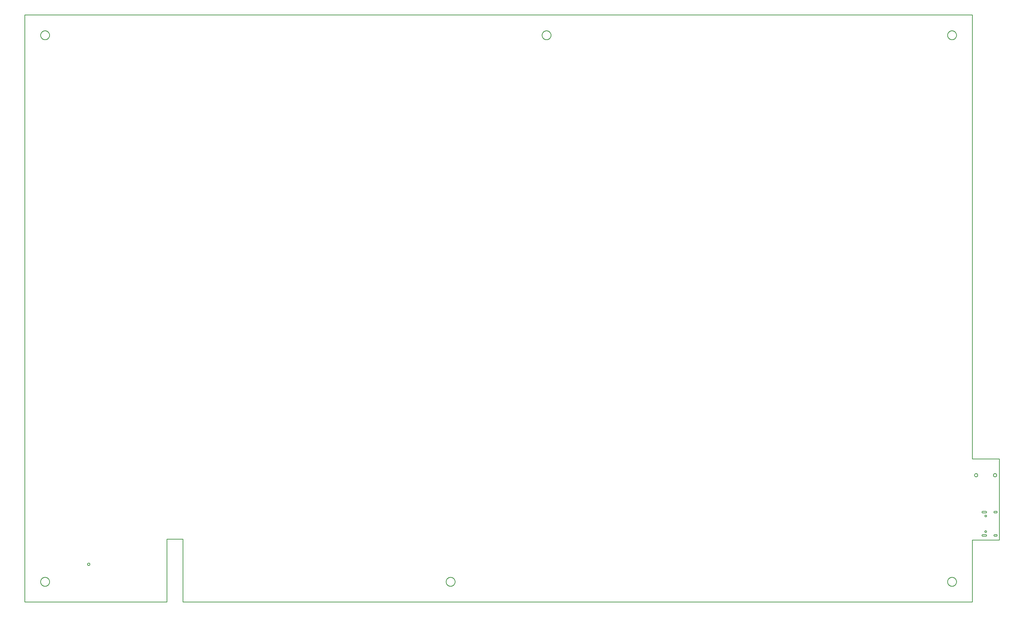
<source format=gko>
G04 EAGLE Gerber RS-274X export*
G75*
%MOMM*%
%FSLAX34Y34*%
%LPD*%
%IN*%
%IPPOS*%
%AMOC8*
5,1,8,0,0,1.08239X$1,22.5*%
G01*
%ADD10C,0.203200*%
%ADD11C,0.000000*%
%ADD12C,0.010000*%
%ADD13C,0.254000*%


D10*
X3505000Y0D02*
X3505000Y230000D01*
X3605000Y230000D01*
X3605000Y530000D01*
X3505000Y530000D01*
X3505000Y2175000D01*
X0Y2175000D01*
X0Y0D01*
X525630Y0D01*
X525630Y233200D01*
X585320Y233200D01*
X585320Y0D01*
X3505000Y0D01*
D11*
X3413490Y75000D02*
X3413495Y75405D01*
X3413510Y75810D01*
X3413535Y76215D01*
X3413570Y76618D01*
X3413614Y77021D01*
X3413669Y77423D01*
X3413733Y77823D01*
X3413807Y78221D01*
X3413891Y78617D01*
X3413985Y79012D01*
X3414088Y79403D01*
X3414201Y79793D01*
X3414323Y80179D01*
X3414455Y80562D01*
X3414596Y80942D01*
X3414747Y81318D01*
X3414906Y81691D01*
X3415075Y82059D01*
X3415253Y82423D01*
X3415439Y82783D01*
X3415635Y83138D01*
X3415839Y83488D01*
X3416051Y83833D01*
X3416272Y84172D01*
X3416502Y84507D01*
X3416739Y84835D01*
X3416984Y85157D01*
X3417238Y85474D01*
X3417498Y85784D01*
X3417767Y86087D01*
X3418043Y86384D01*
X3418326Y86674D01*
X3418616Y86957D01*
X3418913Y87233D01*
X3419216Y87502D01*
X3419526Y87762D01*
X3419843Y88016D01*
X3420165Y88261D01*
X3420493Y88498D01*
X3420828Y88728D01*
X3421167Y88949D01*
X3421512Y89161D01*
X3421862Y89365D01*
X3422217Y89561D01*
X3422577Y89747D01*
X3422941Y89925D01*
X3423309Y90094D01*
X3423682Y90253D01*
X3424058Y90404D01*
X3424438Y90545D01*
X3424821Y90677D01*
X3425207Y90799D01*
X3425597Y90912D01*
X3425988Y91015D01*
X3426383Y91109D01*
X3426779Y91193D01*
X3427177Y91267D01*
X3427577Y91331D01*
X3427979Y91386D01*
X3428382Y91430D01*
X3428785Y91465D01*
X3429190Y91490D01*
X3429595Y91505D01*
X3430000Y91510D01*
X3430405Y91505D01*
X3430810Y91490D01*
X3431215Y91465D01*
X3431618Y91430D01*
X3432021Y91386D01*
X3432423Y91331D01*
X3432823Y91267D01*
X3433221Y91193D01*
X3433617Y91109D01*
X3434012Y91015D01*
X3434403Y90912D01*
X3434793Y90799D01*
X3435179Y90677D01*
X3435562Y90545D01*
X3435942Y90404D01*
X3436318Y90253D01*
X3436691Y90094D01*
X3437059Y89925D01*
X3437423Y89747D01*
X3437783Y89561D01*
X3438138Y89365D01*
X3438488Y89161D01*
X3438833Y88949D01*
X3439172Y88728D01*
X3439507Y88498D01*
X3439835Y88261D01*
X3440157Y88016D01*
X3440474Y87762D01*
X3440784Y87502D01*
X3441087Y87233D01*
X3441384Y86957D01*
X3441674Y86674D01*
X3441957Y86384D01*
X3442233Y86087D01*
X3442502Y85784D01*
X3442762Y85474D01*
X3443016Y85157D01*
X3443261Y84835D01*
X3443498Y84507D01*
X3443728Y84172D01*
X3443949Y83833D01*
X3444161Y83488D01*
X3444365Y83138D01*
X3444561Y82783D01*
X3444747Y82423D01*
X3444925Y82059D01*
X3445094Y81691D01*
X3445253Y81318D01*
X3445404Y80942D01*
X3445545Y80562D01*
X3445677Y80179D01*
X3445799Y79793D01*
X3445912Y79403D01*
X3446015Y79012D01*
X3446109Y78617D01*
X3446193Y78221D01*
X3446267Y77823D01*
X3446331Y77423D01*
X3446386Y77021D01*
X3446430Y76618D01*
X3446465Y76215D01*
X3446490Y75810D01*
X3446505Y75405D01*
X3446510Y75000D01*
X3446505Y74595D01*
X3446490Y74190D01*
X3446465Y73785D01*
X3446430Y73382D01*
X3446386Y72979D01*
X3446331Y72577D01*
X3446267Y72177D01*
X3446193Y71779D01*
X3446109Y71383D01*
X3446015Y70988D01*
X3445912Y70597D01*
X3445799Y70207D01*
X3445677Y69821D01*
X3445545Y69438D01*
X3445404Y69058D01*
X3445253Y68682D01*
X3445094Y68309D01*
X3444925Y67941D01*
X3444747Y67577D01*
X3444561Y67217D01*
X3444365Y66862D01*
X3444161Y66512D01*
X3443949Y66167D01*
X3443728Y65828D01*
X3443498Y65493D01*
X3443261Y65165D01*
X3443016Y64843D01*
X3442762Y64526D01*
X3442502Y64216D01*
X3442233Y63913D01*
X3441957Y63616D01*
X3441674Y63326D01*
X3441384Y63043D01*
X3441087Y62767D01*
X3440784Y62498D01*
X3440474Y62238D01*
X3440157Y61984D01*
X3439835Y61739D01*
X3439507Y61502D01*
X3439172Y61272D01*
X3438833Y61051D01*
X3438488Y60839D01*
X3438138Y60635D01*
X3437783Y60439D01*
X3437423Y60253D01*
X3437059Y60075D01*
X3436691Y59906D01*
X3436318Y59747D01*
X3435942Y59596D01*
X3435562Y59455D01*
X3435179Y59323D01*
X3434793Y59201D01*
X3434403Y59088D01*
X3434012Y58985D01*
X3433617Y58891D01*
X3433221Y58807D01*
X3432823Y58733D01*
X3432423Y58669D01*
X3432021Y58614D01*
X3431618Y58570D01*
X3431215Y58535D01*
X3430810Y58510D01*
X3430405Y58495D01*
X3430000Y58490D01*
X3429595Y58495D01*
X3429190Y58510D01*
X3428785Y58535D01*
X3428382Y58570D01*
X3427979Y58614D01*
X3427577Y58669D01*
X3427177Y58733D01*
X3426779Y58807D01*
X3426383Y58891D01*
X3425988Y58985D01*
X3425597Y59088D01*
X3425207Y59201D01*
X3424821Y59323D01*
X3424438Y59455D01*
X3424058Y59596D01*
X3423682Y59747D01*
X3423309Y59906D01*
X3422941Y60075D01*
X3422577Y60253D01*
X3422217Y60439D01*
X3421862Y60635D01*
X3421512Y60839D01*
X3421167Y61051D01*
X3420828Y61272D01*
X3420493Y61502D01*
X3420165Y61739D01*
X3419843Y61984D01*
X3419526Y62238D01*
X3419216Y62498D01*
X3418913Y62767D01*
X3418616Y63043D01*
X3418326Y63326D01*
X3418043Y63616D01*
X3417767Y63913D01*
X3417498Y64216D01*
X3417238Y64526D01*
X3416984Y64843D01*
X3416739Y65165D01*
X3416502Y65493D01*
X3416272Y65828D01*
X3416051Y66167D01*
X3415839Y66512D01*
X3415635Y66862D01*
X3415439Y67217D01*
X3415253Y67577D01*
X3415075Y67941D01*
X3414906Y68309D01*
X3414747Y68682D01*
X3414596Y69058D01*
X3414455Y69438D01*
X3414323Y69821D01*
X3414201Y70207D01*
X3414088Y70597D01*
X3413985Y70988D01*
X3413891Y71383D01*
X3413807Y71779D01*
X3413733Y72177D01*
X3413669Y72577D01*
X3413614Y72979D01*
X3413570Y73382D01*
X3413535Y73785D01*
X3413510Y74190D01*
X3413495Y74595D01*
X3413490Y75000D01*
X58490Y75000D02*
X58495Y75405D01*
X58510Y75810D01*
X58535Y76215D01*
X58570Y76618D01*
X58614Y77021D01*
X58669Y77423D01*
X58733Y77823D01*
X58807Y78221D01*
X58891Y78617D01*
X58985Y79012D01*
X59088Y79403D01*
X59201Y79793D01*
X59323Y80179D01*
X59455Y80562D01*
X59596Y80942D01*
X59747Y81318D01*
X59906Y81691D01*
X60075Y82059D01*
X60253Y82423D01*
X60439Y82783D01*
X60635Y83138D01*
X60839Y83488D01*
X61051Y83833D01*
X61272Y84172D01*
X61502Y84507D01*
X61739Y84835D01*
X61984Y85157D01*
X62238Y85474D01*
X62498Y85784D01*
X62767Y86087D01*
X63043Y86384D01*
X63326Y86674D01*
X63616Y86957D01*
X63913Y87233D01*
X64216Y87502D01*
X64526Y87762D01*
X64843Y88016D01*
X65165Y88261D01*
X65493Y88498D01*
X65828Y88728D01*
X66167Y88949D01*
X66512Y89161D01*
X66862Y89365D01*
X67217Y89561D01*
X67577Y89747D01*
X67941Y89925D01*
X68309Y90094D01*
X68682Y90253D01*
X69058Y90404D01*
X69438Y90545D01*
X69821Y90677D01*
X70207Y90799D01*
X70597Y90912D01*
X70988Y91015D01*
X71383Y91109D01*
X71779Y91193D01*
X72177Y91267D01*
X72577Y91331D01*
X72979Y91386D01*
X73382Y91430D01*
X73785Y91465D01*
X74190Y91490D01*
X74595Y91505D01*
X75000Y91510D01*
X75405Y91505D01*
X75810Y91490D01*
X76215Y91465D01*
X76618Y91430D01*
X77021Y91386D01*
X77423Y91331D01*
X77823Y91267D01*
X78221Y91193D01*
X78617Y91109D01*
X79012Y91015D01*
X79403Y90912D01*
X79793Y90799D01*
X80179Y90677D01*
X80562Y90545D01*
X80942Y90404D01*
X81318Y90253D01*
X81691Y90094D01*
X82059Y89925D01*
X82423Y89747D01*
X82783Y89561D01*
X83138Y89365D01*
X83488Y89161D01*
X83833Y88949D01*
X84172Y88728D01*
X84507Y88498D01*
X84835Y88261D01*
X85157Y88016D01*
X85474Y87762D01*
X85784Y87502D01*
X86087Y87233D01*
X86384Y86957D01*
X86674Y86674D01*
X86957Y86384D01*
X87233Y86087D01*
X87502Y85784D01*
X87762Y85474D01*
X88016Y85157D01*
X88261Y84835D01*
X88498Y84507D01*
X88728Y84172D01*
X88949Y83833D01*
X89161Y83488D01*
X89365Y83138D01*
X89561Y82783D01*
X89747Y82423D01*
X89925Y82059D01*
X90094Y81691D01*
X90253Y81318D01*
X90404Y80942D01*
X90545Y80562D01*
X90677Y80179D01*
X90799Y79793D01*
X90912Y79403D01*
X91015Y79012D01*
X91109Y78617D01*
X91193Y78221D01*
X91267Y77823D01*
X91331Y77423D01*
X91386Y77021D01*
X91430Y76618D01*
X91465Y76215D01*
X91490Y75810D01*
X91505Y75405D01*
X91510Y75000D01*
X91505Y74595D01*
X91490Y74190D01*
X91465Y73785D01*
X91430Y73382D01*
X91386Y72979D01*
X91331Y72577D01*
X91267Y72177D01*
X91193Y71779D01*
X91109Y71383D01*
X91015Y70988D01*
X90912Y70597D01*
X90799Y70207D01*
X90677Y69821D01*
X90545Y69438D01*
X90404Y69058D01*
X90253Y68682D01*
X90094Y68309D01*
X89925Y67941D01*
X89747Y67577D01*
X89561Y67217D01*
X89365Y66862D01*
X89161Y66512D01*
X88949Y66167D01*
X88728Y65828D01*
X88498Y65493D01*
X88261Y65165D01*
X88016Y64843D01*
X87762Y64526D01*
X87502Y64216D01*
X87233Y63913D01*
X86957Y63616D01*
X86674Y63326D01*
X86384Y63043D01*
X86087Y62767D01*
X85784Y62498D01*
X85474Y62238D01*
X85157Y61984D01*
X84835Y61739D01*
X84507Y61502D01*
X84172Y61272D01*
X83833Y61051D01*
X83488Y60839D01*
X83138Y60635D01*
X82783Y60439D01*
X82423Y60253D01*
X82059Y60075D01*
X81691Y59906D01*
X81318Y59747D01*
X80942Y59596D01*
X80562Y59455D01*
X80179Y59323D01*
X79793Y59201D01*
X79403Y59088D01*
X79012Y58985D01*
X78617Y58891D01*
X78221Y58807D01*
X77823Y58733D01*
X77423Y58669D01*
X77021Y58614D01*
X76618Y58570D01*
X76215Y58535D01*
X75810Y58510D01*
X75405Y58495D01*
X75000Y58490D01*
X74595Y58495D01*
X74190Y58510D01*
X73785Y58535D01*
X73382Y58570D01*
X72979Y58614D01*
X72577Y58669D01*
X72177Y58733D01*
X71779Y58807D01*
X71383Y58891D01*
X70988Y58985D01*
X70597Y59088D01*
X70207Y59201D01*
X69821Y59323D01*
X69438Y59455D01*
X69058Y59596D01*
X68682Y59747D01*
X68309Y59906D01*
X67941Y60075D01*
X67577Y60253D01*
X67217Y60439D01*
X66862Y60635D01*
X66512Y60839D01*
X66167Y61051D01*
X65828Y61272D01*
X65493Y61502D01*
X65165Y61739D01*
X64843Y61984D01*
X64526Y62238D01*
X64216Y62498D01*
X63913Y62767D01*
X63616Y63043D01*
X63326Y63326D01*
X63043Y63616D01*
X62767Y63913D01*
X62498Y64216D01*
X62238Y64526D01*
X61984Y64843D01*
X61739Y65165D01*
X61502Y65493D01*
X61272Y65828D01*
X61051Y66167D01*
X60839Y66512D01*
X60635Y66862D01*
X60439Y67217D01*
X60253Y67577D01*
X60075Y67941D01*
X59906Y68309D01*
X59747Y68682D01*
X59596Y69058D01*
X59455Y69438D01*
X59323Y69821D01*
X59201Y70207D01*
X59088Y70597D01*
X58985Y70988D01*
X58891Y71383D01*
X58807Y71779D01*
X58733Y72177D01*
X58669Y72577D01*
X58614Y72979D01*
X58570Y73382D01*
X58535Y73785D01*
X58510Y74190D01*
X58495Y74595D01*
X58490Y75000D01*
X3551200Y261100D02*
X3551202Y261213D01*
X3551208Y261327D01*
X3551218Y261440D01*
X3551232Y261552D01*
X3551249Y261664D01*
X3551271Y261776D01*
X3551297Y261886D01*
X3551326Y261996D01*
X3551359Y262104D01*
X3551396Y262212D01*
X3551437Y262317D01*
X3551481Y262422D01*
X3551529Y262525D01*
X3551580Y262626D01*
X3551635Y262725D01*
X3551694Y262822D01*
X3551756Y262917D01*
X3551821Y263010D01*
X3551889Y263101D01*
X3551960Y263189D01*
X3552035Y263275D01*
X3552112Y263358D01*
X3552192Y263438D01*
X3552275Y263515D01*
X3552361Y263590D01*
X3552449Y263661D01*
X3552540Y263729D01*
X3552633Y263794D01*
X3552728Y263856D01*
X3552825Y263915D01*
X3552924Y263970D01*
X3553025Y264021D01*
X3553128Y264069D01*
X3553233Y264113D01*
X3553338Y264154D01*
X3553446Y264191D01*
X3553554Y264224D01*
X3553664Y264253D01*
X3553774Y264279D01*
X3553886Y264301D01*
X3553998Y264318D01*
X3554110Y264332D01*
X3554223Y264342D01*
X3554337Y264348D01*
X3554450Y264350D01*
X3554563Y264348D01*
X3554677Y264342D01*
X3554790Y264332D01*
X3554902Y264318D01*
X3555014Y264301D01*
X3555126Y264279D01*
X3555236Y264253D01*
X3555346Y264224D01*
X3555454Y264191D01*
X3555562Y264154D01*
X3555667Y264113D01*
X3555772Y264069D01*
X3555875Y264021D01*
X3555976Y263970D01*
X3556075Y263915D01*
X3556172Y263856D01*
X3556267Y263794D01*
X3556360Y263729D01*
X3556451Y263661D01*
X3556539Y263590D01*
X3556625Y263515D01*
X3556708Y263438D01*
X3556788Y263358D01*
X3556865Y263275D01*
X3556940Y263189D01*
X3557011Y263101D01*
X3557079Y263010D01*
X3557144Y262917D01*
X3557206Y262822D01*
X3557265Y262725D01*
X3557320Y262626D01*
X3557371Y262525D01*
X3557419Y262422D01*
X3557463Y262317D01*
X3557504Y262212D01*
X3557541Y262104D01*
X3557574Y261996D01*
X3557603Y261886D01*
X3557629Y261776D01*
X3557651Y261664D01*
X3557668Y261552D01*
X3557682Y261440D01*
X3557692Y261327D01*
X3557698Y261213D01*
X3557700Y261100D01*
X3557698Y260987D01*
X3557692Y260873D01*
X3557682Y260760D01*
X3557668Y260648D01*
X3557651Y260536D01*
X3557629Y260424D01*
X3557603Y260314D01*
X3557574Y260204D01*
X3557541Y260096D01*
X3557504Y259988D01*
X3557463Y259883D01*
X3557419Y259778D01*
X3557371Y259675D01*
X3557320Y259574D01*
X3557265Y259475D01*
X3557206Y259378D01*
X3557144Y259283D01*
X3557079Y259190D01*
X3557011Y259099D01*
X3556940Y259011D01*
X3556865Y258925D01*
X3556788Y258842D01*
X3556708Y258762D01*
X3556625Y258685D01*
X3556539Y258610D01*
X3556451Y258539D01*
X3556360Y258471D01*
X3556267Y258406D01*
X3556172Y258344D01*
X3556075Y258285D01*
X3555976Y258230D01*
X3555875Y258179D01*
X3555772Y258131D01*
X3555667Y258087D01*
X3555562Y258046D01*
X3555454Y258009D01*
X3555346Y257976D01*
X3555236Y257947D01*
X3555126Y257921D01*
X3555014Y257899D01*
X3554902Y257882D01*
X3554790Y257868D01*
X3554677Y257858D01*
X3554563Y257852D01*
X3554450Y257850D01*
X3554337Y257852D01*
X3554223Y257858D01*
X3554110Y257868D01*
X3553998Y257882D01*
X3553886Y257899D01*
X3553774Y257921D01*
X3553664Y257947D01*
X3553554Y257976D01*
X3553446Y258009D01*
X3553338Y258046D01*
X3553233Y258087D01*
X3553128Y258131D01*
X3553025Y258179D01*
X3552924Y258230D01*
X3552825Y258285D01*
X3552728Y258344D01*
X3552633Y258406D01*
X3552540Y258471D01*
X3552449Y258539D01*
X3552361Y258610D01*
X3552275Y258685D01*
X3552192Y258762D01*
X3552112Y258842D01*
X3552035Y258925D01*
X3551960Y259011D01*
X3551889Y259099D01*
X3551821Y259190D01*
X3551756Y259283D01*
X3551694Y259378D01*
X3551635Y259475D01*
X3551580Y259574D01*
X3551529Y259675D01*
X3551481Y259778D01*
X3551437Y259883D01*
X3551396Y259988D01*
X3551359Y260096D01*
X3551326Y260204D01*
X3551297Y260314D01*
X3551271Y260424D01*
X3551249Y260536D01*
X3551232Y260648D01*
X3551218Y260760D01*
X3551208Y260873D01*
X3551202Y260987D01*
X3551200Y261100D01*
X3551200Y318900D02*
X3551202Y319013D01*
X3551208Y319127D01*
X3551218Y319240D01*
X3551232Y319352D01*
X3551249Y319464D01*
X3551271Y319576D01*
X3551297Y319686D01*
X3551326Y319796D01*
X3551359Y319904D01*
X3551396Y320012D01*
X3551437Y320117D01*
X3551481Y320222D01*
X3551529Y320325D01*
X3551580Y320426D01*
X3551635Y320525D01*
X3551694Y320622D01*
X3551756Y320717D01*
X3551821Y320810D01*
X3551889Y320901D01*
X3551960Y320989D01*
X3552035Y321075D01*
X3552112Y321158D01*
X3552192Y321238D01*
X3552275Y321315D01*
X3552361Y321390D01*
X3552449Y321461D01*
X3552540Y321529D01*
X3552633Y321594D01*
X3552728Y321656D01*
X3552825Y321715D01*
X3552924Y321770D01*
X3553025Y321821D01*
X3553128Y321869D01*
X3553233Y321913D01*
X3553338Y321954D01*
X3553446Y321991D01*
X3553554Y322024D01*
X3553664Y322053D01*
X3553774Y322079D01*
X3553886Y322101D01*
X3553998Y322118D01*
X3554110Y322132D01*
X3554223Y322142D01*
X3554337Y322148D01*
X3554450Y322150D01*
X3554563Y322148D01*
X3554677Y322142D01*
X3554790Y322132D01*
X3554902Y322118D01*
X3555014Y322101D01*
X3555126Y322079D01*
X3555236Y322053D01*
X3555346Y322024D01*
X3555454Y321991D01*
X3555562Y321954D01*
X3555667Y321913D01*
X3555772Y321869D01*
X3555875Y321821D01*
X3555976Y321770D01*
X3556075Y321715D01*
X3556172Y321656D01*
X3556267Y321594D01*
X3556360Y321529D01*
X3556451Y321461D01*
X3556539Y321390D01*
X3556625Y321315D01*
X3556708Y321238D01*
X3556788Y321158D01*
X3556865Y321075D01*
X3556940Y320989D01*
X3557011Y320901D01*
X3557079Y320810D01*
X3557144Y320717D01*
X3557206Y320622D01*
X3557265Y320525D01*
X3557320Y320426D01*
X3557371Y320325D01*
X3557419Y320222D01*
X3557463Y320117D01*
X3557504Y320012D01*
X3557541Y319904D01*
X3557574Y319796D01*
X3557603Y319686D01*
X3557629Y319576D01*
X3557651Y319464D01*
X3557668Y319352D01*
X3557682Y319240D01*
X3557692Y319127D01*
X3557698Y319013D01*
X3557700Y318900D01*
X3557698Y318787D01*
X3557692Y318673D01*
X3557682Y318560D01*
X3557668Y318448D01*
X3557651Y318336D01*
X3557629Y318224D01*
X3557603Y318114D01*
X3557574Y318004D01*
X3557541Y317896D01*
X3557504Y317788D01*
X3557463Y317683D01*
X3557419Y317578D01*
X3557371Y317475D01*
X3557320Y317374D01*
X3557265Y317275D01*
X3557206Y317178D01*
X3557144Y317083D01*
X3557079Y316990D01*
X3557011Y316899D01*
X3556940Y316811D01*
X3556865Y316725D01*
X3556788Y316642D01*
X3556708Y316562D01*
X3556625Y316485D01*
X3556539Y316410D01*
X3556451Y316339D01*
X3556360Y316271D01*
X3556267Y316206D01*
X3556172Y316144D01*
X3556075Y316085D01*
X3555976Y316030D01*
X3555875Y315979D01*
X3555772Y315931D01*
X3555667Y315887D01*
X3555562Y315846D01*
X3555454Y315809D01*
X3555346Y315776D01*
X3555236Y315747D01*
X3555126Y315721D01*
X3555014Y315699D01*
X3554902Y315682D01*
X3554790Y315668D01*
X3554677Y315658D01*
X3554563Y315652D01*
X3554450Y315650D01*
X3554337Y315652D01*
X3554223Y315658D01*
X3554110Y315668D01*
X3553998Y315682D01*
X3553886Y315699D01*
X3553774Y315721D01*
X3553664Y315747D01*
X3553554Y315776D01*
X3553446Y315809D01*
X3553338Y315846D01*
X3553233Y315887D01*
X3553128Y315931D01*
X3553025Y315979D01*
X3552924Y316030D01*
X3552825Y316085D01*
X3552728Y316144D01*
X3552633Y316206D01*
X3552540Y316271D01*
X3552449Y316339D01*
X3552361Y316410D01*
X3552275Y316485D01*
X3552192Y316562D01*
X3552112Y316642D01*
X3552035Y316725D01*
X3551960Y316811D01*
X3551889Y316899D01*
X3551821Y316990D01*
X3551756Y317083D01*
X3551694Y317178D01*
X3551635Y317275D01*
X3551580Y317374D01*
X3551529Y317475D01*
X3551481Y317578D01*
X3551437Y317683D01*
X3551396Y317788D01*
X3551359Y317896D01*
X3551326Y318004D01*
X3551297Y318114D01*
X3551271Y318224D01*
X3551249Y318336D01*
X3551232Y318448D01*
X3551218Y318560D01*
X3551208Y318673D01*
X3551202Y318787D01*
X3551200Y318900D01*
D12*
X3587800Y243800D02*
X3594000Y243800D01*
X3594000Y249800D02*
X3587800Y249800D01*
X3587692Y249798D01*
X3587584Y249792D01*
X3587476Y249782D01*
X3587368Y249769D01*
X3587261Y249751D01*
X3587155Y249730D01*
X3587050Y249705D01*
X3586945Y249676D01*
X3586842Y249643D01*
X3586740Y249607D01*
X3586639Y249566D01*
X3586540Y249523D01*
X3586443Y249475D01*
X3586347Y249425D01*
X3586253Y249371D01*
X3586162Y249313D01*
X3586072Y249252D01*
X3585984Y249188D01*
X3585899Y249121D01*
X3585817Y249051D01*
X3585737Y248978D01*
X3585660Y248902D01*
X3585585Y248823D01*
X3585514Y248742D01*
X3585445Y248658D01*
X3585379Y248572D01*
X3585317Y248484D01*
X3585258Y248393D01*
X3585202Y248300D01*
X3585149Y248205D01*
X3585100Y248109D01*
X3585055Y248010D01*
X3585013Y247910D01*
X3584975Y247809D01*
X3584940Y247706D01*
X3584909Y247603D01*
X3584882Y247498D01*
X3584859Y247392D01*
X3584840Y247285D01*
X3584824Y247178D01*
X3584812Y247070D01*
X3584804Y246962D01*
X3584800Y246854D01*
X3584800Y246746D01*
X3584804Y246638D01*
X3584812Y246530D01*
X3584824Y246422D01*
X3584840Y246315D01*
X3584859Y246208D01*
X3584882Y246102D01*
X3584909Y245997D01*
X3584940Y245894D01*
X3584975Y245791D01*
X3585013Y245690D01*
X3585055Y245590D01*
X3585100Y245491D01*
X3585149Y245395D01*
X3585202Y245300D01*
X3585258Y245207D01*
X3585317Y245116D01*
X3585379Y245028D01*
X3585445Y244942D01*
X3585514Y244858D01*
X3585585Y244777D01*
X3585660Y244698D01*
X3585737Y244622D01*
X3585817Y244549D01*
X3585899Y244479D01*
X3585984Y244412D01*
X3586072Y244348D01*
X3586162Y244287D01*
X3586253Y244229D01*
X3586347Y244175D01*
X3586443Y244125D01*
X3586540Y244077D01*
X3586639Y244034D01*
X3586740Y243993D01*
X3586842Y243957D01*
X3586945Y243924D01*
X3587050Y243895D01*
X3587155Y243870D01*
X3587261Y243849D01*
X3587368Y243831D01*
X3587476Y243818D01*
X3587584Y243808D01*
X3587692Y243802D01*
X3587800Y243800D01*
X3594000Y243800D02*
X3594108Y243802D01*
X3594216Y243808D01*
X3594324Y243818D01*
X3594432Y243831D01*
X3594539Y243849D01*
X3594645Y243870D01*
X3594750Y243895D01*
X3594855Y243924D01*
X3594958Y243957D01*
X3595060Y243993D01*
X3595161Y244034D01*
X3595260Y244077D01*
X3595357Y244125D01*
X3595453Y244175D01*
X3595547Y244229D01*
X3595638Y244287D01*
X3595728Y244348D01*
X3595816Y244412D01*
X3595901Y244479D01*
X3595983Y244549D01*
X3596063Y244622D01*
X3596140Y244698D01*
X3596215Y244777D01*
X3596286Y244858D01*
X3596355Y244942D01*
X3596421Y245028D01*
X3596483Y245116D01*
X3596542Y245207D01*
X3596598Y245300D01*
X3596651Y245395D01*
X3596700Y245491D01*
X3596745Y245590D01*
X3596787Y245690D01*
X3596825Y245791D01*
X3596860Y245894D01*
X3596891Y245997D01*
X3596918Y246102D01*
X3596941Y246208D01*
X3596960Y246315D01*
X3596976Y246422D01*
X3596988Y246530D01*
X3596996Y246638D01*
X3597000Y246746D01*
X3597000Y246854D01*
X3596996Y246962D01*
X3596988Y247070D01*
X3596976Y247178D01*
X3596960Y247285D01*
X3596941Y247392D01*
X3596918Y247498D01*
X3596891Y247603D01*
X3596860Y247706D01*
X3596825Y247809D01*
X3596787Y247910D01*
X3596745Y248010D01*
X3596700Y248109D01*
X3596651Y248205D01*
X3596598Y248300D01*
X3596542Y248393D01*
X3596483Y248484D01*
X3596421Y248572D01*
X3596355Y248658D01*
X3596286Y248742D01*
X3596215Y248823D01*
X3596140Y248902D01*
X3596063Y248978D01*
X3595983Y249051D01*
X3595901Y249121D01*
X3595816Y249188D01*
X3595728Y249252D01*
X3595638Y249313D01*
X3595547Y249371D01*
X3595453Y249425D01*
X3595357Y249475D01*
X3595260Y249523D01*
X3595161Y249566D01*
X3595060Y249607D01*
X3594958Y249643D01*
X3594855Y249676D01*
X3594750Y249705D01*
X3594645Y249730D01*
X3594539Y249751D01*
X3594432Y249769D01*
X3594324Y249782D01*
X3594216Y249792D01*
X3594108Y249798D01*
X3594000Y249800D01*
X3554650Y243800D02*
X3543650Y243800D01*
X3543650Y249800D02*
X3554650Y249800D01*
X3554758Y249798D01*
X3554866Y249792D01*
X3554974Y249782D01*
X3555082Y249769D01*
X3555189Y249751D01*
X3555295Y249730D01*
X3555400Y249705D01*
X3555505Y249676D01*
X3555608Y249643D01*
X3555710Y249607D01*
X3555811Y249566D01*
X3555910Y249523D01*
X3556007Y249475D01*
X3556103Y249425D01*
X3556197Y249371D01*
X3556288Y249313D01*
X3556378Y249252D01*
X3556466Y249188D01*
X3556551Y249121D01*
X3556633Y249051D01*
X3556713Y248978D01*
X3556790Y248902D01*
X3556865Y248823D01*
X3556936Y248742D01*
X3557005Y248658D01*
X3557071Y248572D01*
X3557133Y248484D01*
X3557192Y248393D01*
X3557248Y248300D01*
X3557301Y248205D01*
X3557350Y248109D01*
X3557395Y248010D01*
X3557437Y247910D01*
X3557475Y247809D01*
X3557510Y247706D01*
X3557541Y247603D01*
X3557568Y247498D01*
X3557591Y247392D01*
X3557610Y247285D01*
X3557626Y247178D01*
X3557638Y247070D01*
X3557646Y246962D01*
X3557650Y246854D01*
X3557650Y246746D01*
X3557646Y246638D01*
X3557638Y246530D01*
X3557626Y246422D01*
X3557610Y246315D01*
X3557591Y246208D01*
X3557568Y246102D01*
X3557541Y245997D01*
X3557510Y245894D01*
X3557475Y245791D01*
X3557437Y245690D01*
X3557395Y245590D01*
X3557350Y245491D01*
X3557301Y245395D01*
X3557248Y245300D01*
X3557192Y245207D01*
X3557133Y245116D01*
X3557071Y245028D01*
X3557005Y244942D01*
X3556936Y244858D01*
X3556865Y244777D01*
X3556790Y244698D01*
X3556713Y244622D01*
X3556633Y244549D01*
X3556551Y244479D01*
X3556466Y244412D01*
X3556378Y244348D01*
X3556288Y244287D01*
X3556197Y244229D01*
X3556103Y244175D01*
X3556007Y244125D01*
X3555910Y244077D01*
X3555811Y244034D01*
X3555710Y243993D01*
X3555608Y243957D01*
X3555505Y243924D01*
X3555400Y243895D01*
X3555295Y243870D01*
X3555189Y243849D01*
X3555082Y243831D01*
X3554974Y243818D01*
X3554866Y243808D01*
X3554758Y243802D01*
X3554650Y243800D01*
X3543650Y243800D02*
X3543542Y243802D01*
X3543434Y243808D01*
X3543326Y243818D01*
X3543218Y243831D01*
X3543111Y243849D01*
X3543005Y243870D01*
X3542900Y243895D01*
X3542795Y243924D01*
X3542692Y243957D01*
X3542590Y243993D01*
X3542489Y244034D01*
X3542390Y244077D01*
X3542293Y244125D01*
X3542197Y244175D01*
X3542103Y244229D01*
X3542012Y244287D01*
X3541922Y244348D01*
X3541834Y244412D01*
X3541749Y244479D01*
X3541667Y244549D01*
X3541587Y244622D01*
X3541510Y244698D01*
X3541435Y244777D01*
X3541364Y244858D01*
X3541295Y244942D01*
X3541229Y245028D01*
X3541167Y245116D01*
X3541108Y245207D01*
X3541052Y245300D01*
X3540999Y245395D01*
X3540950Y245491D01*
X3540905Y245590D01*
X3540863Y245690D01*
X3540825Y245791D01*
X3540790Y245894D01*
X3540759Y245997D01*
X3540732Y246102D01*
X3540709Y246208D01*
X3540690Y246315D01*
X3540674Y246422D01*
X3540662Y246530D01*
X3540654Y246638D01*
X3540650Y246746D01*
X3540650Y246854D01*
X3540654Y246962D01*
X3540662Y247070D01*
X3540674Y247178D01*
X3540690Y247285D01*
X3540709Y247392D01*
X3540732Y247498D01*
X3540759Y247603D01*
X3540790Y247706D01*
X3540825Y247809D01*
X3540863Y247910D01*
X3540905Y248010D01*
X3540950Y248109D01*
X3540999Y248205D01*
X3541052Y248300D01*
X3541108Y248393D01*
X3541167Y248484D01*
X3541229Y248572D01*
X3541295Y248658D01*
X3541364Y248742D01*
X3541435Y248823D01*
X3541510Y248902D01*
X3541587Y248978D01*
X3541667Y249051D01*
X3541749Y249121D01*
X3541834Y249188D01*
X3541922Y249252D01*
X3542012Y249313D01*
X3542103Y249371D01*
X3542197Y249425D01*
X3542293Y249475D01*
X3542390Y249523D01*
X3542489Y249566D01*
X3542590Y249607D01*
X3542692Y249643D01*
X3542795Y249676D01*
X3542900Y249705D01*
X3543005Y249730D01*
X3543111Y249751D01*
X3543218Y249769D01*
X3543326Y249782D01*
X3543434Y249792D01*
X3543542Y249798D01*
X3543650Y249800D01*
X3587800Y330200D02*
X3594000Y330200D01*
X3594000Y336200D02*
X3587800Y336200D01*
X3587692Y336198D01*
X3587584Y336192D01*
X3587476Y336182D01*
X3587368Y336169D01*
X3587261Y336151D01*
X3587155Y336130D01*
X3587050Y336105D01*
X3586945Y336076D01*
X3586842Y336043D01*
X3586740Y336007D01*
X3586639Y335966D01*
X3586540Y335923D01*
X3586443Y335875D01*
X3586347Y335825D01*
X3586253Y335771D01*
X3586162Y335713D01*
X3586072Y335652D01*
X3585984Y335588D01*
X3585899Y335521D01*
X3585817Y335451D01*
X3585737Y335378D01*
X3585660Y335302D01*
X3585585Y335223D01*
X3585514Y335142D01*
X3585445Y335058D01*
X3585379Y334972D01*
X3585317Y334884D01*
X3585258Y334793D01*
X3585202Y334700D01*
X3585149Y334605D01*
X3585100Y334509D01*
X3585055Y334410D01*
X3585013Y334310D01*
X3584975Y334209D01*
X3584940Y334106D01*
X3584909Y334003D01*
X3584882Y333898D01*
X3584859Y333792D01*
X3584840Y333685D01*
X3584824Y333578D01*
X3584812Y333470D01*
X3584804Y333362D01*
X3584800Y333254D01*
X3584800Y333146D01*
X3584804Y333038D01*
X3584812Y332930D01*
X3584824Y332822D01*
X3584840Y332715D01*
X3584859Y332608D01*
X3584882Y332502D01*
X3584909Y332397D01*
X3584940Y332294D01*
X3584975Y332191D01*
X3585013Y332090D01*
X3585055Y331990D01*
X3585100Y331891D01*
X3585149Y331795D01*
X3585202Y331700D01*
X3585258Y331607D01*
X3585317Y331516D01*
X3585379Y331428D01*
X3585445Y331342D01*
X3585514Y331258D01*
X3585585Y331177D01*
X3585660Y331098D01*
X3585737Y331022D01*
X3585817Y330949D01*
X3585899Y330879D01*
X3585984Y330812D01*
X3586072Y330748D01*
X3586162Y330687D01*
X3586253Y330629D01*
X3586347Y330575D01*
X3586443Y330525D01*
X3586540Y330477D01*
X3586639Y330434D01*
X3586740Y330393D01*
X3586842Y330357D01*
X3586945Y330324D01*
X3587050Y330295D01*
X3587155Y330270D01*
X3587261Y330249D01*
X3587368Y330231D01*
X3587476Y330218D01*
X3587584Y330208D01*
X3587692Y330202D01*
X3587800Y330200D01*
X3594000Y330200D02*
X3594108Y330202D01*
X3594216Y330208D01*
X3594324Y330218D01*
X3594432Y330231D01*
X3594539Y330249D01*
X3594645Y330270D01*
X3594750Y330295D01*
X3594855Y330324D01*
X3594958Y330357D01*
X3595060Y330393D01*
X3595161Y330434D01*
X3595260Y330477D01*
X3595357Y330525D01*
X3595453Y330575D01*
X3595547Y330629D01*
X3595638Y330687D01*
X3595728Y330748D01*
X3595816Y330812D01*
X3595901Y330879D01*
X3595983Y330949D01*
X3596063Y331022D01*
X3596140Y331098D01*
X3596215Y331177D01*
X3596286Y331258D01*
X3596355Y331342D01*
X3596421Y331428D01*
X3596483Y331516D01*
X3596542Y331607D01*
X3596598Y331700D01*
X3596651Y331795D01*
X3596700Y331891D01*
X3596745Y331990D01*
X3596787Y332090D01*
X3596825Y332191D01*
X3596860Y332294D01*
X3596891Y332397D01*
X3596918Y332502D01*
X3596941Y332608D01*
X3596960Y332715D01*
X3596976Y332822D01*
X3596988Y332930D01*
X3596996Y333038D01*
X3597000Y333146D01*
X3597000Y333254D01*
X3596996Y333362D01*
X3596988Y333470D01*
X3596976Y333578D01*
X3596960Y333685D01*
X3596941Y333792D01*
X3596918Y333898D01*
X3596891Y334003D01*
X3596860Y334106D01*
X3596825Y334209D01*
X3596787Y334310D01*
X3596745Y334410D01*
X3596700Y334509D01*
X3596651Y334605D01*
X3596598Y334700D01*
X3596542Y334793D01*
X3596483Y334884D01*
X3596421Y334972D01*
X3596355Y335058D01*
X3596286Y335142D01*
X3596215Y335223D01*
X3596140Y335302D01*
X3596063Y335378D01*
X3595983Y335451D01*
X3595901Y335521D01*
X3595816Y335588D01*
X3595728Y335652D01*
X3595638Y335713D01*
X3595547Y335771D01*
X3595453Y335825D01*
X3595357Y335875D01*
X3595260Y335923D01*
X3595161Y335966D01*
X3595060Y336007D01*
X3594958Y336043D01*
X3594855Y336076D01*
X3594750Y336105D01*
X3594645Y336130D01*
X3594539Y336151D01*
X3594432Y336169D01*
X3594324Y336182D01*
X3594216Y336192D01*
X3594108Y336198D01*
X3594000Y336200D01*
X3554650Y330200D02*
X3543650Y330200D01*
X3543650Y336200D02*
X3554650Y336200D01*
X3554758Y336198D01*
X3554866Y336192D01*
X3554974Y336182D01*
X3555082Y336169D01*
X3555189Y336151D01*
X3555295Y336130D01*
X3555400Y336105D01*
X3555505Y336076D01*
X3555608Y336043D01*
X3555710Y336007D01*
X3555811Y335966D01*
X3555910Y335923D01*
X3556007Y335875D01*
X3556103Y335825D01*
X3556197Y335771D01*
X3556288Y335713D01*
X3556378Y335652D01*
X3556466Y335588D01*
X3556551Y335521D01*
X3556633Y335451D01*
X3556713Y335378D01*
X3556790Y335302D01*
X3556865Y335223D01*
X3556936Y335142D01*
X3557005Y335058D01*
X3557071Y334972D01*
X3557133Y334884D01*
X3557192Y334793D01*
X3557248Y334700D01*
X3557301Y334605D01*
X3557350Y334509D01*
X3557395Y334410D01*
X3557437Y334310D01*
X3557475Y334209D01*
X3557510Y334106D01*
X3557541Y334003D01*
X3557568Y333898D01*
X3557591Y333792D01*
X3557610Y333685D01*
X3557626Y333578D01*
X3557638Y333470D01*
X3557646Y333362D01*
X3557650Y333254D01*
X3557650Y333146D01*
X3557646Y333038D01*
X3557638Y332930D01*
X3557626Y332822D01*
X3557610Y332715D01*
X3557591Y332608D01*
X3557568Y332502D01*
X3557541Y332397D01*
X3557510Y332294D01*
X3557475Y332191D01*
X3557437Y332090D01*
X3557395Y331990D01*
X3557350Y331891D01*
X3557301Y331795D01*
X3557248Y331700D01*
X3557192Y331607D01*
X3557133Y331516D01*
X3557071Y331428D01*
X3557005Y331342D01*
X3556936Y331258D01*
X3556865Y331177D01*
X3556790Y331098D01*
X3556713Y331022D01*
X3556633Y330949D01*
X3556551Y330879D01*
X3556466Y330812D01*
X3556378Y330748D01*
X3556288Y330687D01*
X3556197Y330629D01*
X3556103Y330575D01*
X3556007Y330525D01*
X3555910Y330477D01*
X3555811Y330434D01*
X3555710Y330393D01*
X3555608Y330357D01*
X3555505Y330324D01*
X3555400Y330295D01*
X3555295Y330270D01*
X3555189Y330249D01*
X3555082Y330231D01*
X3554974Y330218D01*
X3554866Y330208D01*
X3554758Y330202D01*
X3554650Y330200D01*
X3543650Y330200D02*
X3543542Y330202D01*
X3543434Y330208D01*
X3543326Y330218D01*
X3543218Y330231D01*
X3543111Y330249D01*
X3543005Y330270D01*
X3542900Y330295D01*
X3542795Y330324D01*
X3542692Y330357D01*
X3542590Y330393D01*
X3542489Y330434D01*
X3542390Y330477D01*
X3542293Y330525D01*
X3542197Y330575D01*
X3542103Y330629D01*
X3542012Y330687D01*
X3541922Y330748D01*
X3541834Y330812D01*
X3541749Y330879D01*
X3541667Y330949D01*
X3541587Y331022D01*
X3541510Y331098D01*
X3541435Y331177D01*
X3541364Y331258D01*
X3541295Y331342D01*
X3541229Y331428D01*
X3541167Y331516D01*
X3541108Y331607D01*
X3541052Y331700D01*
X3540999Y331795D01*
X3540950Y331891D01*
X3540905Y331990D01*
X3540863Y332090D01*
X3540825Y332191D01*
X3540790Y332294D01*
X3540759Y332397D01*
X3540732Y332502D01*
X3540709Y332608D01*
X3540690Y332715D01*
X3540674Y332822D01*
X3540662Y332930D01*
X3540654Y333038D01*
X3540650Y333146D01*
X3540650Y333254D01*
X3540654Y333362D01*
X3540662Y333470D01*
X3540674Y333578D01*
X3540690Y333685D01*
X3540709Y333792D01*
X3540732Y333898D01*
X3540759Y334003D01*
X3540790Y334106D01*
X3540825Y334209D01*
X3540863Y334310D01*
X3540905Y334410D01*
X3540950Y334509D01*
X3540999Y334605D01*
X3541052Y334700D01*
X3541108Y334793D01*
X3541167Y334884D01*
X3541229Y334972D01*
X3541295Y335058D01*
X3541364Y335142D01*
X3541435Y335223D01*
X3541510Y335302D01*
X3541587Y335378D01*
X3541667Y335451D01*
X3541749Y335521D01*
X3541834Y335588D01*
X3541922Y335652D01*
X3542012Y335713D01*
X3542103Y335771D01*
X3542197Y335825D01*
X3542293Y335875D01*
X3542390Y335923D01*
X3542489Y335966D01*
X3542590Y336007D01*
X3542692Y336043D01*
X3542795Y336076D01*
X3542900Y336105D01*
X3543005Y336130D01*
X3543111Y336151D01*
X3543218Y336169D01*
X3543326Y336182D01*
X3543434Y336192D01*
X3543542Y336198D01*
X3543650Y336200D01*
D11*
X3583000Y470000D02*
X3583002Y470154D01*
X3583008Y470309D01*
X3583018Y470463D01*
X3583032Y470617D01*
X3583050Y470770D01*
X3583071Y470923D01*
X3583097Y471076D01*
X3583127Y471227D01*
X3583160Y471378D01*
X3583198Y471528D01*
X3583239Y471677D01*
X3583284Y471825D01*
X3583333Y471971D01*
X3583386Y472117D01*
X3583442Y472260D01*
X3583502Y472403D01*
X3583566Y472543D01*
X3583633Y472683D01*
X3583704Y472820D01*
X3583778Y472955D01*
X3583856Y473089D01*
X3583937Y473220D01*
X3584022Y473349D01*
X3584110Y473477D01*
X3584201Y473601D01*
X3584295Y473724D01*
X3584393Y473844D01*
X3584493Y473961D01*
X3584597Y474076D01*
X3584703Y474188D01*
X3584812Y474297D01*
X3584924Y474403D01*
X3585039Y474507D01*
X3585156Y474607D01*
X3585276Y474705D01*
X3585399Y474799D01*
X3585523Y474890D01*
X3585651Y474978D01*
X3585780Y475063D01*
X3585911Y475144D01*
X3586045Y475222D01*
X3586180Y475296D01*
X3586317Y475367D01*
X3586457Y475434D01*
X3586597Y475498D01*
X3586740Y475558D01*
X3586883Y475614D01*
X3587029Y475667D01*
X3587175Y475716D01*
X3587323Y475761D01*
X3587472Y475802D01*
X3587622Y475840D01*
X3587773Y475873D01*
X3587924Y475903D01*
X3588077Y475929D01*
X3588230Y475950D01*
X3588383Y475968D01*
X3588537Y475982D01*
X3588691Y475992D01*
X3588846Y475998D01*
X3589000Y476000D01*
X3589154Y475998D01*
X3589309Y475992D01*
X3589463Y475982D01*
X3589617Y475968D01*
X3589770Y475950D01*
X3589923Y475929D01*
X3590076Y475903D01*
X3590227Y475873D01*
X3590378Y475840D01*
X3590528Y475802D01*
X3590677Y475761D01*
X3590825Y475716D01*
X3590971Y475667D01*
X3591117Y475614D01*
X3591260Y475558D01*
X3591403Y475498D01*
X3591543Y475434D01*
X3591683Y475367D01*
X3591820Y475296D01*
X3591955Y475222D01*
X3592089Y475144D01*
X3592220Y475063D01*
X3592349Y474978D01*
X3592477Y474890D01*
X3592601Y474799D01*
X3592724Y474705D01*
X3592844Y474607D01*
X3592961Y474507D01*
X3593076Y474403D01*
X3593188Y474297D01*
X3593297Y474188D01*
X3593403Y474076D01*
X3593507Y473961D01*
X3593607Y473844D01*
X3593705Y473724D01*
X3593799Y473601D01*
X3593890Y473477D01*
X3593978Y473349D01*
X3594063Y473220D01*
X3594144Y473089D01*
X3594222Y472955D01*
X3594296Y472820D01*
X3594367Y472683D01*
X3594434Y472543D01*
X3594498Y472403D01*
X3594558Y472260D01*
X3594614Y472117D01*
X3594667Y471971D01*
X3594716Y471825D01*
X3594761Y471677D01*
X3594802Y471528D01*
X3594840Y471378D01*
X3594873Y471227D01*
X3594903Y471076D01*
X3594929Y470923D01*
X3594950Y470770D01*
X3594968Y470617D01*
X3594982Y470463D01*
X3594992Y470309D01*
X3594998Y470154D01*
X3595000Y470000D01*
X3594998Y469846D01*
X3594992Y469691D01*
X3594982Y469537D01*
X3594968Y469383D01*
X3594950Y469230D01*
X3594929Y469077D01*
X3594903Y468924D01*
X3594873Y468773D01*
X3594840Y468622D01*
X3594802Y468472D01*
X3594761Y468323D01*
X3594716Y468175D01*
X3594667Y468029D01*
X3594614Y467883D01*
X3594558Y467740D01*
X3594498Y467597D01*
X3594434Y467457D01*
X3594367Y467317D01*
X3594296Y467180D01*
X3594222Y467045D01*
X3594144Y466911D01*
X3594063Y466780D01*
X3593978Y466651D01*
X3593890Y466523D01*
X3593799Y466399D01*
X3593705Y466276D01*
X3593607Y466156D01*
X3593507Y466039D01*
X3593403Y465924D01*
X3593297Y465812D01*
X3593188Y465703D01*
X3593076Y465597D01*
X3592961Y465493D01*
X3592844Y465393D01*
X3592724Y465295D01*
X3592601Y465201D01*
X3592477Y465110D01*
X3592349Y465022D01*
X3592220Y464937D01*
X3592089Y464856D01*
X3591955Y464778D01*
X3591820Y464704D01*
X3591683Y464633D01*
X3591543Y464566D01*
X3591403Y464502D01*
X3591260Y464442D01*
X3591117Y464386D01*
X3590971Y464333D01*
X3590825Y464284D01*
X3590677Y464239D01*
X3590528Y464198D01*
X3590378Y464160D01*
X3590227Y464127D01*
X3590076Y464097D01*
X3589923Y464071D01*
X3589770Y464050D01*
X3589617Y464032D01*
X3589463Y464018D01*
X3589309Y464008D01*
X3589154Y464002D01*
X3589000Y464000D01*
X3588846Y464002D01*
X3588691Y464008D01*
X3588537Y464018D01*
X3588383Y464032D01*
X3588230Y464050D01*
X3588077Y464071D01*
X3587924Y464097D01*
X3587773Y464127D01*
X3587622Y464160D01*
X3587472Y464198D01*
X3587323Y464239D01*
X3587175Y464284D01*
X3587029Y464333D01*
X3586883Y464386D01*
X3586740Y464442D01*
X3586597Y464502D01*
X3586457Y464566D01*
X3586317Y464633D01*
X3586180Y464704D01*
X3586045Y464778D01*
X3585911Y464856D01*
X3585780Y464937D01*
X3585651Y465022D01*
X3585523Y465110D01*
X3585399Y465201D01*
X3585276Y465295D01*
X3585156Y465393D01*
X3585039Y465493D01*
X3584924Y465597D01*
X3584812Y465703D01*
X3584703Y465812D01*
X3584597Y465924D01*
X3584493Y466039D01*
X3584393Y466156D01*
X3584295Y466276D01*
X3584201Y466399D01*
X3584110Y466523D01*
X3584022Y466651D01*
X3583937Y466780D01*
X3583856Y466911D01*
X3583778Y467045D01*
X3583704Y467180D01*
X3583633Y467317D01*
X3583566Y467457D01*
X3583502Y467597D01*
X3583442Y467740D01*
X3583386Y467883D01*
X3583333Y468029D01*
X3583284Y468175D01*
X3583239Y468323D01*
X3583198Y468472D01*
X3583160Y468622D01*
X3583127Y468773D01*
X3583097Y468924D01*
X3583071Y469077D01*
X3583050Y469230D01*
X3583032Y469383D01*
X3583018Y469537D01*
X3583008Y469691D01*
X3583002Y469846D01*
X3583000Y470000D01*
X3513000Y470000D02*
X3513002Y470154D01*
X3513008Y470309D01*
X3513018Y470463D01*
X3513032Y470617D01*
X3513050Y470770D01*
X3513071Y470923D01*
X3513097Y471076D01*
X3513127Y471227D01*
X3513160Y471378D01*
X3513198Y471528D01*
X3513239Y471677D01*
X3513284Y471825D01*
X3513333Y471971D01*
X3513386Y472117D01*
X3513442Y472260D01*
X3513502Y472403D01*
X3513566Y472543D01*
X3513633Y472683D01*
X3513704Y472820D01*
X3513778Y472955D01*
X3513856Y473089D01*
X3513937Y473220D01*
X3514022Y473349D01*
X3514110Y473477D01*
X3514201Y473601D01*
X3514295Y473724D01*
X3514393Y473844D01*
X3514493Y473961D01*
X3514597Y474076D01*
X3514703Y474188D01*
X3514812Y474297D01*
X3514924Y474403D01*
X3515039Y474507D01*
X3515156Y474607D01*
X3515276Y474705D01*
X3515399Y474799D01*
X3515523Y474890D01*
X3515651Y474978D01*
X3515780Y475063D01*
X3515911Y475144D01*
X3516045Y475222D01*
X3516180Y475296D01*
X3516317Y475367D01*
X3516457Y475434D01*
X3516597Y475498D01*
X3516740Y475558D01*
X3516883Y475614D01*
X3517029Y475667D01*
X3517175Y475716D01*
X3517323Y475761D01*
X3517472Y475802D01*
X3517622Y475840D01*
X3517773Y475873D01*
X3517924Y475903D01*
X3518077Y475929D01*
X3518230Y475950D01*
X3518383Y475968D01*
X3518537Y475982D01*
X3518691Y475992D01*
X3518846Y475998D01*
X3519000Y476000D01*
X3519154Y475998D01*
X3519309Y475992D01*
X3519463Y475982D01*
X3519617Y475968D01*
X3519770Y475950D01*
X3519923Y475929D01*
X3520076Y475903D01*
X3520227Y475873D01*
X3520378Y475840D01*
X3520528Y475802D01*
X3520677Y475761D01*
X3520825Y475716D01*
X3520971Y475667D01*
X3521117Y475614D01*
X3521260Y475558D01*
X3521403Y475498D01*
X3521543Y475434D01*
X3521683Y475367D01*
X3521820Y475296D01*
X3521955Y475222D01*
X3522089Y475144D01*
X3522220Y475063D01*
X3522349Y474978D01*
X3522477Y474890D01*
X3522601Y474799D01*
X3522724Y474705D01*
X3522844Y474607D01*
X3522961Y474507D01*
X3523076Y474403D01*
X3523188Y474297D01*
X3523297Y474188D01*
X3523403Y474076D01*
X3523507Y473961D01*
X3523607Y473844D01*
X3523705Y473724D01*
X3523799Y473601D01*
X3523890Y473477D01*
X3523978Y473349D01*
X3524063Y473220D01*
X3524144Y473089D01*
X3524222Y472955D01*
X3524296Y472820D01*
X3524367Y472683D01*
X3524434Y472543D01*
X3524498Y472403D01*
X3524558Y472260D01*
X3524614Y472117D01*
X3524667Y471971D01*
X3524716Y471825D01*
X3524761Y471677D01*
X3524802Y471528D01*
X3524840Y471378D01*
X3524873Y471227D01*
X3524903Y471076D01*
X3524929Y470923D01*
X3524950Y470770D01*
X3524968Y470617D01*
X3524982Y470463D01*
X3524992Y470309D01*
X3524998Y470154D01*
X3525000Y470000D01*
X3524998Y469846D01*
X3524992Y469691D01*
X3524982Y469537D01*
X3524968Y469383D01*
X3524950Y469230D01*
X3524929Y469077D01*
X3524903Y468924D01*
X3524873Y468773D01*
X3524840Y468622D01*
X3524802Y468472D01*
X3524761Y468323D01*
X3524716Y468175D01*
X3524667Y468029D01*
X3524614Y467883D01*
X3524558Y467740D01*
X3524498Y467597D01*
X3524434Y467457D01*
X3524367Y467317D01*
X3524296Y467180D01*
X3524222Y467045D01*
X3524144Y466911D01*
X3524063Y466780D01*
X3523978Y466651D01*
X3523890Y466523D01*
X3523799Y466399D01*
X3523705Y466276D01*
X3523607Y466156D01*
X3523507Y466039D01*
X3523403Y465924D01*
X3523297Y465812D01*
X3523188Y465703D01*
X3523076Y465597D01*
X3522961Y465493D01*
X3522844Y465393D01*
X3522724Y465295D01*
X3522601Y465201D01*
X3522477Y465110D01*
X3522349Y465022D01*
X3522220Y464937D01*
X3522089Y464856D01*
X3521955Y464778D01*
X3521820Y464704D01*
X3521683Y464633D01*
X3521543Y464566D01*
X3521403Y464502D01*
X3521260Y464442D01*
X3521117Y464386D01*
X3520971Y464333D01*
X3520825Y464284D01*
X3520677Y464239D01*
X3520528Y464198D01*
X3520378Y464160D01*
X3520227Y464127D01*
X3520076Y464097D01*
X3519923Y464071D01*
X3519770Y464050D01*
X3519617Y464032D01*
X3519463Y464018D01*
X3519309Y464008D01*
X3519154Y464002D01*
X3519000Y464000D01*
X3518846Y464002D01*
X3518691Y464008D01*
X3518537Y464018D01*
X3518383Y464032D01*
X3518230Y464050D01*
X3518077Y464071D01*
X3517924Y464097D01*
X3517773Y464127D01*
X3517622Y464160D01*
X3517472Y464198D01*
X3517323Y464239D01*
X3517175Y464284D01*
X3517029Y464333D01*
X3516883Y464386D01*
X3516740Y464442D01*
X3516597Y464502D01*
X3516457Y464566D01*
X3516317Y464633D01*
X3516180Y464704D01*
X3516045Y464778D01*
X3515911Y464856D01*
X3515780Y464937D01*
X3515651Y465022D01*
X3515523Y465110D01*
X3515399Y465201D01*
X3515276Y465295D01*
X3515156Y465393D01*
X3515039Y465493D01*
X3514924Y465597D01*
X3514812Y465703D01*
X3514703Y465812D01*
X3514597Y465924D01*
X3514493Y466039D01*
X3514393Y466156D01*
X3514295Y466276D01*
X3514201Y466399D01*
X3514110Y466523D01*
X3514022Y466651D01*
X3513937Y466780D01*
X3513856Y466911D01*
X3513778Y467045D01*
X3513704Y467180D01*
X3513633Y467317D01*
X3513566Y467457D01*
X3513502Y467597D01*
X3513442Y467740D01*
X3513386Y467883D01*
X3513333Y468029D01*
X3513284Y468175D01*
X3513239Y468323D01*
X3513198Y468472D01*
X3513160Y468622D01*
X3513127Y468773D01*
X3513097Y468924D01*
X3513071Y469077D01*
X3513050Y469230D01*
X3513032Y469383D01*
X3513018Y469537D01*
X3513008Y469691D01*
X3513002Y469846D01*
X3513000Y470000D01*
X231800Y140000D02*
X231802Y140134D01*
X231808Y140268D01*
X231818Y140401D01*
X231832Y140535D01*
X231850Y140668D01*
X231872Y140800D01*
X231897Y140931D01*
X231927Y141062D01*
X231961Y141192D01*
X231998Y141320D01*
X232039Y141448D01*
X232084Y141574D01*
X232133Y141699D01*
X232185Y141822D01*
X232241Y141944D01*
X232301Y142064D01*
X232364Y142182D01*
X232431Y142298D01*
X232501Y142412D01*
X232575Y142524D01*
X232652Y142634D01*
X232732Y142742D01*
X232815Y142847D01*
X232901Y142949D01*
X232990Y143049D01*
X233083Y143146D01*
X233178Y143241D01*
X233276Y143332D01*
X233376Y143421D01*
X233479Y143506D01*
X233585Y143589D01*
X233693Y143668D01*
X233803Y143744D01*
X233916Y143817D01*
X234031Y143886D01*
X234147Y143952D01*
X234266Y144014D01*
X234386Y144073D01*
X234509Y144128D01*
X234632Y144180D01*
X234757Y144227D01*
X234884Y144271D01*
X235012Y144312D01*
X235141Y144348D01*
X235271Y144381D01*
X235402Y144409D01*
X235533Y144434D01*
X235666Y144455D01*
X235799Y144472D01*
X235932Y144485D01*
X236066Y144494D01*
X236200Y144499D01*
X236334Y144500D01*
X236467Y144497D01*
X236601Y144490D01*
X236735Y144479D01*
X236868Y144464D01*
X237001Y144445D01*
X237133Y144422D01*
X237264Y144396D01*
X237394Y144365D01*
X237524Y144330D01*
X237652Y144292D01*
X237779Y144250D01*
X237905Y144204D01*
X238030Y144154D01*
X238153Y144101D01*
X238274Y144044D01*
X238394Y143983D01*
X238511Y143919D01*
X238627Y143852D01*
X238741Y143781D01*
X238852Y143706D01*
X238961Y143629D01*
X239068Y143548D01*
X239173Y143464D01*
X239274Y143377D01*
X239374Y143287D01*
X239470Y143194D01*
X239564Y143098D01*
X239655Y142999D01*
X239742Y142898D01*
X239827Y142794D01*
X239909Y142688D01*
X239987Y142580D01*
X240062Y142469D01*
X240134Y142356D01*
X240203Y142240D01*
X240268Y142123D01*
X240329Y142004D01*
X240387Y141883D01*
X240441Y141761D01*
X240492Y141637D01*
X240539Y141511D01*
X240582Y141384D01*
X240621Y141256D01*
X240657Y141127D01*
X240688Y140997D01*
X240716Y140866D01*
X240740Y140734D01*
X240760Y140601D01*
X240776Y140468D01*
X240788Y140335D01*
X240796Y140201D01*
X240800Y140067D01*
X240800Y139933D01*
X240796Y139799D01*
X240788Y139665D01*
X240776Y139532D01*
X240760Y139399D01*
X240740Y139266D01*
X240716Y139134D01*
X240688Y139003D01*
X240657Y138873D01*
X240621Y138744D01*
X240582Y138616D01*
X240539Y138489D01*
X240492Y138363D01*
X240441Y138239D01*
X240387Y138117D01*
X240329Y137996D01*
X240268Y137877D01*
X240203Y137760D01*
X240134Y137644D01*
X240062Y137531D01*
X239987Y137420D01*
X239909Y137312D01*
X239827Y137206D01*
X239742Y137102D01*
X239655Y137001D01*
X239564Y136902D01*
X239470Y136806D01*
X239374Y136713D01*
X239274Y136623D01*
X239173Y136536D01*
X239068Y136452D01*
X238961Y136371D01*
X238852Y136294D01*
X238741Y136219D01*
X238627Y136148D01*
X238511Y136081D01*
X238394Y136017D01*
X238274Y135956D01*
X238153Y135899D01*
X238030Y135846D01*
X237905Y135796D01*
X237779Y135750D01*
X237652Y135708D01*
X237524Y135670D01*
X237394Y135635D01*
X237264Y135604D01*
X237133Y135578D01*
X237001Y135555D01*
X236868Y135536D01*
X236735Y135521D01*
X236601Y135510D01*
X236467Y135503D01*
X236334Y135500D01*
X236200Y135501D01*
X236066Y135506D01*
X235932Y135515D01*
X235799Y135528D01*
X235666Y135545D01*
X235533Y135566D01*
X235402Y135591D01*
X235271Y135619D01*
X235141Y135652D01*
X235012Y135688D01*
X234884Y135729D01*
X234757Y135773D01*
X234632Y135820D01*
X234509Y135872D01*
X234386Y135927D01*
X234266Y135986D01*
X234147Y136048D01*
X234031Y136114D01*
X233916Y136183D01*
X233803Y136256D01*
X233693Y136332D01*
X233585Y136411D01*
X233479Y136494D01*
X233376Y136579D01*
X233276Y136668D01*
X233178Y136759D01*
X233083Y136854D01*
X232990Y136951D01*
X232901Y137051D01*
X232815Y137153D01*
X232732Y137258D01*
X232652Y137366D01*
X232575Y137476D01*
X232501Y137588D01*
X232431Y137702D01*
X232364Y137818D01*
X232301Y137936D01*
X232241Y138056D01*
X232185Y138178D01*
X232133Y138301D01*
X232084Y138426D01*
X232039Y138552D01*
X231998Y138680D01*
X231961Y138808D01*
X231927Y138938D01*
X231897Y139069D01*
X231872Y139200D01*
X231850Y139332D01*
X231832Y139465D01*
X231818Y139599D01*
X231808Y139732D01*
X231802Y139866D01*
X231800Y140000D01*
X1913490Y2100000D02*
X1913495Y2100405D01*
X1913510Y2100810D01*
X1913535Y2101215D01*
X1913570Y2101618D01*
X1913614Y2102021D01*
X1913669Y2102423D01*
X1913733Y2102823D01*
X1913807Y2103221D01*
X1913891Y2103617D01*
X1913985Y2104012D01*
X1914088Y2104403D01*
X1914201Y2104793D01*
X1914323Y2105179D01*
X1914455Y2105562D01*
X1914596Y2105942D01*
X1914747Y2106318D01*
X1914906Y2106691D01*
X1915075Y2107059D01*
X1915253Y2107423D01*
X1915439Y2107783D01*
X1915635Y2108138D01*
X1915839Y2108488D01*
X1916051Y2108833D01*
X1916272Y2109172D01*
X1916502Y2109507D01*
X1916739Y2109835D01*
X1916984Y2110157D01*
X1917238Y2110474D01*
X1917498Y2110784D01*
X1917767Y2111087D01*
X1918043Y2111384D01*
X1918326Y2111674D01*
X1918616Y2111957D01*
X1918913Y2112233D01*
X1919216Y2112502D01*
X1919526Y2112762D01*
X1919843Y2113016D01*
X1920165Y2113261D01*
X1920493Y2113498D01*
X1920828Y2113728D01*
X1921167Y2113949D01*
X1921512Y2114161D01*
X1921862Y2114365D01*
X1922217Y2114561D01*
X1922577Y2114747D01*
X1922941Y2114925D01*
X1923309Y2115094D01*
X1923682Y2115253D01*
X1924058Y2115404D01*
X1924438Y2115545D01*
X1924821Y2115677D01*
X1925207Y2115799D01*
X1925597Y2115912D01*
X1925988Y2116015D01*
X1926383Y2116109D01*
X1926779Y2116193D01*
X1927177Y2116267D01*
X1927577Y2116331D01*
X1927979Y2116386D01*
X1928382Y2116430D01*
X1928785Y2116465D01*
X1929190Y2116490D01*
X1929595Y2116505D01*
X1930000Y2116510D01*
X1930405Y2116505D01*
X1930810Y2116490D01*
X1931215Y2116465D01*
X1931618Y2116430D01*
X1932021Y2116386D01*
X1932423Y2116331D01*
X1932823Y2116267D01*
X1933221Y2116193D01*
X1933617Y2116109D01*
X1934012Y2116015D01*
X1934403Y2115912D01*
X1934793Y2115799D01*
X1935179Y2115677D01*
X1935562Y2115545D01*
X1935942Y2115404D01*
X1936318Y2115253D01*
X1936691Y2115094D01*
X1937059Y2114925D01*
X1937423Y2114747D01*
X1937783Y2114561D01*
X1938138Y2114365D01*
X1938488Y2114161D01*
X1938833Y2113949D01*
X1939172Y2113728D01*
X1939507Y2113498D01*
X1939835Y2113261D01*
X1940157Y2113016D01*
X1940474Y2112762D01*
X1940784Y2112502D01*
X1941087Y2112233D01*
X1941384Y2111957D01*
X1941674Y2111674D01*
X1941957Y2111384D01*
X1942233Y2111087D01*
X1942502Y2110784D01*
X1942762Y2110474D01*
X1943016Y2110157D01*
X1943261Y2109835D01*
X1943498Y2109507D01*
X1943728Y2109172D01*
X1943949Y2108833D01*
X1944161Y2108488D01*
X1944365Y2108138D01*
X1944561Y2107783D01*
X1944747Y2107423D01*
X1944925Y2107059D01*
X1945094Y2106691D01*
X1945253Y2106318D01*
X1945404Y2105942D01*
X1945545Y2105562D01*
X1945677Y2105179D01*
X1945799Y2104793D01*
X1945912Y2104403D01*
X1946015Y2104012D01*
X1946109Y2103617D01*
X1946193Y2103221D01*
X1946267Y2102823D01*
X1946331Y2102423D01*
X1946386Y2102021D01*
X1946430Y2101618D01*
X1946465Y2101215D01*
X1946490Y2100810D01*
X1946505Y2100405D01*
X1946510Y2100000D01*
X1946505Y2099595D01*
X1946490Y2099190D01*
X1946465Y2098785D01*
X1946430Y2098382D01*
X1946386Y2097979D01*
X1946331Y2097577D01*
X1946267Y2097177D01*
X1946193Y2096779D01*
X1946109Y2096383D01*
X1946015Y2095988D01*
X1945912Y2095597D01*
X1945799Y2095207D01*
X1945677Y2094821D01*
X1945545Y2094438D01*
X1945404Y2094058D01*
X1945253Y2093682D01*
X1945094Y2093309D01*
X1944925Y2092941D01*
X1944747Y2092577D01*
X1944561Y2092217D01*
X1944365Y2091862D01*
X1944161Y2091512D01*
X1943949Y2091167D01*
X1943728Y2090828D01*
X1943498Y2090493D01*
X1943261Y2090165D01*
X1943016Y2089843D01*
X1942762Y2089526D01*
X1942502Y2089216D01*
X1942233Y2088913D01*
X1941957Y2088616D01*
X1941674Y2088326D01*
X1941384Y2088043D01*
X1941087Y2087767D01*
X1940784Y2087498D01*
X1940474Y2087238D01*
X1940157Y2086984D01*
X1939835Y2086739D01*
X1939507Y2086502D01*
X1939172Y2086272D01*
X1938833Y2086051D01*
X1938488Y2085839D01*
X1938138Y2085635D01*
X1937783Y2085439D01*
X1937423Y2085253D01*
X1937059Y2085075D01*
X1936691Y2084906D01*
X1936318Y2084747D01*
X1935942Y2084596D01*
X1935562Y2084455D01*
X1935179Y2084323D01*
X1934793Y2084201D01*
X1934403Y2084088D01*
X1934012Y2083985D01*
X1933617Y2083891D01*
X1933221Y2083807D01*
X1932823Y2083733D01*
X1932423Y2083669D01*
X1932021Y2083614D01*
X1931618Y2083570D01*
X1931215Y2083535D01*
X1930810Y2083510D01*
X1930405Y2083495D01*
X1930000Y2083490D01*
X1929595Y2083495D01*
X1929190Y2083510D01*
X1928785Y2083535D01*
X1928382Y2083570D01*
X1927979Y2083614D01*
X1927577Y2083669D01*
X1927177Y2083733D01*
X1926779Y2083807D01*
X1926383Y2083891D01*
X1925988Y2083985D01*
X1925597Y2084088D01*
X1925207Y2084201D01*
X1924821Y2084323D01*
X1924438Y2084455D01*
X1924058Y2084596D01*
X1923682Y2084747D01*
X1923309Y2084906D01*
X1922941Y2085075D01*
X1922577Y2085253D01*
X1922217Y2085439D01*
X1921862Y2085635D01*
X1921512Y2085839D01*
X1921167Y2086051D01*
X1920828Y2086272D01*
X1920493Y2086502D01*
X1920165Y2086739D01*
X1919843Y2086984D01*
X1919526Y2087238D01*
X1919216Y2087498D01*
X1918913Y2087767D01*
X1918616Y2088043D01*
X1918326Y2088326D01*
X1918043Y2088616D01*
X1917767Y2088913D01*
X1917498Y2089216D01*
X1917238Y2089526D01*
X1916984Y2089843D01*
X1916739Y2090165D01*
X1916502Y2090493D01*
X1916272Y2090828D01*
X1916051Y2091167D01*
X1915839Y2091512D01*
X1915635Y2091862D01*
X1915439Y2092217D01*
X1915253Y2092577D01*
X1915075Y2092941D01*
X1914906Y2093309D01*
X1914747Y2093682D01*
X1914596Y2094058D01*
X1914455Y2094438D01*
X1914323Y2094821D01*
X1914201Y2095207D01*
X1914088Y2095597D01*
X1913985Y2095988D01*
X1913891Y2096383D01*
X1913807Y2096779D01*
X1913733Y2097177D01*
X1913669Y2097577D01*
X1913614Y2097979D01*
X1913570Y2098382D01*
X1913535Y2098785D01*
X1913510Y2099190D01*
X1913495Y2099595D01*
X1913490Y2100000D01*
X1558490Y75000D02*
X1558495Y75405D01*
X1558510Y75810D01*
X1558535Y76215D01*
X1558570Y76618D01*
X1558614Y77021D01*
X1558669Y77423D01*
X1558733Y77823D01*
X1558807Y78221D01*
X1558891Y78617D01*
X1558985Y79012D01*
X1559088Y79403D01*
X1559201Y79793D01*
X1559323Y80179D01*
X1559455Y80562D01*
X1559596Y80942D01*
X1559747Y81318D01*
X1559906Y81691D01*
X1560075Y82059D01*
X1560253Y82423D01*
X1560439Y82783D01*
X1560635Y83138D01*
X1560839Y83488D01*
X1561051Y83833D01*
X1561272Y84172D01*
X1561502Y84507D01*
X1561739Y84835D01*
X1561984Y85157D01*
X1562238Y85474D01*
X1562498Y85784D01*
X1562767Y86087D01*
X1563043Y86384D01*
X1563326Y86674D01*
X1563616Y86957D01*
X1563913Y87233D01*
X1564216Y87502D01*
X1564526Y87762D01*
X1564843Y88016D01*
X1565165Y88261D01*
X1565493Y88498D01*
X1565828Y88728D01*
X1566167Y88949D01*
X1566512Y89161D01*
X1566862Y89365D01*
X1567217Y89561D01*
X1567577Y89747D01*
X1567941Y89925D01*
X1568309Y90094D01*
X1568682Y90253D01*
X1569058Y90404D01*
X1569438Y90545D01*
X1569821Y90677D01*
X1570207Y90799D01*
X1570597Y90912D01*
X1570988Y91015D01*
X1571383Y91109D01*
X1571779Y91193D01*
X1572177Y91267D01*
X1572577Y91331D01*
X1572979Y91386D01*
X1573382Y91430D01*
X1573785Y91465D01*
X1574190Y91490D01*
X1574595Y91505D01*
X1575000Y91510D01*
X1575405Y91505D01*
X1575810Y91490D01*
X1576215Y91465D01*
X1576618Y91430D01*
X1577021Y91386D01*
X1577423Y91331D01*
X1577823Y91267D01*
X1578221Y91193D01*
X1578617Y91109D01*
X1579012Y91015D01*
X1579403Y90912D01*
X1579793Y90799D01*
X1580179Y90677D01*
X1580562Y90545D01*
X1580942Y90404D01*
X1581318Y90253D01*
X1581691Y90094D01*
X1582059Y89925D01*
X1582423Y89747D01*
X1582783Y89561D01*
X1583138Y89365D01*
X1583488Y89161D01*
X1583833Y88949D01*
X1584172Y88728D01*
X1584507Y88498D01*
X1584835Y88261D01*
X1585157Y88016D01*
X1585474Y87762D01*
X1585784Y87502D01*
X1586087Y87233D01*
X1586384Y86957D01*
X1586674Y86674D01*
X1586957Y86384D01*
X1587233Y86087D01*
X1587502Y85784D01*
X1587762Y85474D01*
X1588016Y85157D01*
X1588261Y84835D01*
X1588498Y84507D01*
X1588728Y84172D01*
X1588949Y83833D01*
X1589161Y83488D01*
X1589365Y83138D01*
X1589561Y82783D01*
X1589747Y82423D01*
X1589925Y82059D01*
X1590094Y81691D01*
X1590253Y81318D01*
X1590404Y80942D01*
X1590545Y80562D01*
X1590677Y80179D01*
X1590799Y79793D01*
X1590912Y79403D01*
X1591015Y79012D01*
X1591109Y78617D01*
X1591193Y78221D01*
X1591267Y77823D01*
X1591331Y77423D01*
X1591386Y77021D01*
X1591430Y76618D01*
X1591465Y76215D01*
X1591490Y75810D01*
X1591505Y75405D01*
X1591510Y75000D01*
X1591505Y74595D01*
X1591490Y74190D01*
X1591465Y73785D01*
X1591430Y73382D01*
X1591386Y72979D01*
X1591331Y72577D01*
X1591267Y72177D01*
X1591193Y71779D01*
X1591109Y71383D01*
X1591015Y70988D01*
X1590912Y70597D01*
X1590799Y70207D01*
X1590677Y69821D01*
X1590545Y69438D01*
X1590404Y69058D01*
X1590253Y68682D01*
X1590094Y68309D01*
X1589925Y67941D01*
X1589747Y67577D01*
X1589561Y67217D01*
X1589365Y66862D01*
X1589161Y66512D01*
X1588949Y66167D01*
X1588728Y65828D01*
X1588498Y65493D01*
X1588261Y65165D01*
X1588016Y64843D01*
X1587762Y64526D01*
X1587502Y64216D01*
X1587233Y63913D01*
X1586957Y63616D01*
X1586674Y63326D01*
X1586384Y63043D01*
X1586087Y62767D01*
X1585784Y62498D01*
X1585474Y62238D01*
X1585157Y61984D01*
X1584835Y61739D01*
X1584507Y61502D01*
X1584172Y61272D01*
X1583833Y61051D01*
X1583488Y60839D01*
X1583138Y60635D01*
X1582783Y60439D01*
X1582423Y60253D01*
X1582059Y60075D01*
X1581691Y59906D01*
X1581318Y59747D01*
X1580942Y59596D01*
X1580562Y59455D01*
X1580179Y59323D01*
X1579793Y59201D01*
X1579403Y59088D01*
X1579012Y58985D01*
X1578617Y58891D01*
X1578221Y58807D01*
X1577823Y58733D01*
X1577423Y58669D01*
X1577021Y58614D01*
X1576618Y58570D01*
X1576215Y58535D01*
X1575810Y58510D01*
X1575405Y58495D01*
X1575000Y58490D01*
X1574595Y58495D01*
X1574190Y58510D01*
X1573785Y58535D01*
X1573382Y58570D01*
X1572979Y58614D01*
X1572577Y58669D01*
X1572177Y58733D01*
X1571779Y58807D01*
X1571383Y58891D01*
X1570988Y58985D01*
X1570597Y59088D01*
X1570207Y59201D01*
X1569821Y59323D01*
X1569438Y59455D01*
X1569058Y59596D01*
X1568682Y59747D01*
X1568309Y59906D01*
X1567941Y60075D01*
X1567577Y60253D01*
X1567217Y60439D01*
X1566862Y60635D01*
X1566512Y60839D01*
X1566167Y61051D01*
X1565828Y61272D01*
X1565493Y61502D01*
X1565165Y61739D01*
X1564843Y61984D01*
X1564526Y62238D01*
X1564216Y62498D01*
X1563913Y62767D01*
X1563616Y63043D01*
X1563326Y63326D01*
X1563043Y63616D01*
X1562767Y63913D01*
X1562498Y64216D01*
X1562238Y64526D01*
X1561984Y64843D01*
X1561739Y65165D01*
X1561502Y65493D01*
X1561272Y65828D01*
X1561051Y66167D01*
X1560839Y66512D01*
X1560635Y66862D01*
X1560439Y67217D01*
X1560253Y67577D01*
X1560075Y67941D01*
X1559906Y68309D01*
X1559747Y68682D01*
X1559596Y69058D01*
X1559455Y69438D01*
X1559323Y69821D01*
X1559201Y70207D01*
X1559088Y70597D01*
X1558985Y70988D01*
X1558891Y71383D01*
X1558807Y71779D01*
X1558733Y72177D01*
X1558669Y72577D01*
X1558614Y72979D01*
X1558570Y73382D01*
X1558535Y73785D01*
X1558510Y74190D01*
X1558495Y74595D01*
X1558490Y75000D01*
X3413490Y2100000D02*
X3413495Y2100405D01*
X3413510Y2100810D01*
X3413535Y2101215D01*
X3413570Y2101618D01*
X3413614Y2102021D01*
X3413669Y2102423D01*
X3413733Y2102823D01*
X3413807Y2103221D01*
X3413891Y2103617D01*
X3413985Y2104012D01*
X3414088Y2104403D01*
X3414201Y2104793D01*
X3414323Y2105179D01*
X3414455Y2105562D01*
X3414596Y2105942D01*
X3414747Y2106318D01*
X3414906Y2106691D01*
X3415075Y2107059D01*
X3415253Y2107423D01*
X3415439Y2107783D01*
X3415635Y2108138D01*
X3415839Y2108488D01*
X3416051Y2108833D01*
X3416272Y2109172D01*
X3416502Y2109507D01*
X3416739Y2109835D01*
X3416984Y2110157D01*
X3417238Y2110474D01*
X3417498Y2110784D01*
X3417767Y2111087D01*
X3418043Y2111384D01*
X3418326Y2111674D01*
X3418616Y2111957D01*
X3418913Y2112233D01*
X3419216Y2112502D01*
X3419526Y2112762D01*
X3419843Y2113016D01*
X3420165Y2113261D01*
X3420493Y2113498D01*
X3420828Y2113728D01*
X3421167Y2113949D01*
X3421512Y2114161D01*
X3421862Y2114365D01*
X3422217Y2114561D01*
X3422577Y2114747D01*
X3422941Y2114925D01*
X3423309Y2115094D01*
X3423682Y2115253D01*
X3424058Y2115404D01*
X3424438Y2115545D01*
X3424821Y2115677D01*
X3425207Y2115799D01*
X3425597Y2115912D01*
X3425988Y2116015D01*
X3426383Y2116109D01*
X3426779Y2116193D01*
X3427177Y2116267D01*
X3427577Y2116331D01*
X3427979Y2116386D01*
X3428382Y2116430D01*
X3428785Y2116465D01*
X3429190Y2116490D01*
X3429595Y2116505D01*
X3430000Y2116510D01*
X3430405Y2116505D01*
X3430810Y2116490D01*
X3431215Y2116465D01*
X3431618Y2116430D01*
X3432021Y2116386D01*
X3432423Y2116331D01*
X3432823Y2116267D01*
X3433221Y2116193D01*
X3433617Y2116109D01*
X3434012Y2116015D01*
X3434403Y2115912D01*
X3434793Y2115799D01*
X3435179Y2115677D01*
X3435562Y2115545D01*
X3435942Y2115404D01*
X3436318Y2115253D01*
X3436691Y2115094D01*
X3437059Y2114925D01*
X3437423Y2114747D01*
X3437783Y2114561D01*
X3438138Y2114365D01*
X3438488Y2114161D01*
X3438833Y2113949D01*
X3439172Y2113728D01*
X3439507Y2113498D01*
X3439835Y2113261D01*
X3440157Y2113016D01*
X3440474Y2112762D01*
X3440784Y2112502D01*
X3441087Y2112233D01*
X3441384Y2111957D01*
X3441674Y2111674D01*
X3441957Y2111384D01*
X3442233Y2111087D01*
X3442502Y2110784D01*
X3442762Y2110474D01*
X3443016Y2110157D01*
X3443261Y2109835D01*
X3443498Y2109507D01*
X3443728Y2109172D01*
X3443949Y2108833D01*
X3444161Y2108488D01*
X3444365Y2108138D01*
X3444561Y2107783D01*
X3444747Y2107423D01*
X3444925Y2107059D01*
X3445094Y2106691D01*
X3445253Y2106318D01*
X3445404Y2105942D01*
X3445545Y2105562D01*
X3445677Y2105179D01*
X3445799Y2104793D01*
X3445912Y2104403D01*
X3446015Y2104012D01*
X3446109Y2103617D01*
X3446193Y2103221D01*
X3446267Y2102823D01*
X3446331Y2102423D01*
X3446386Y2102021D01*
X3446430Y2101618D01*
X3446465Y2101215D01*
X3446490Y2100810D01*
X3446505Y2100405D01*
X3446510Y2100000D01*
X3446505Y2099595D01*
X3446490Y2099190D01*
X3446465Y2098785D01*
X3446430Y2098382D01*
X3446386Y2097979D01*
X3446331Y2097577D01*
X3446267Y2097177D01*
X3446193Y2096779D01*
X3446109Y2096383D01*
X3446015Y2095988D01*
X3445912Y2095597D01*
X3445799Y2095207D01*
X3445677Y2094821D01*
X3445545Y2094438D01*
X3445404Y2094058D01*
X3445253Y2093682D01*
X3445094Y2093309D01*
X3444925Y2092941D01*
X3444747Y2092577D01*
X3444561Y2092217D01*
X3444365Y2091862D01*
X3444161Y2091512D01*
X3443949Y2091167D01*
X3443728Y2090828D01*
X3443498Y2090493D01*
X3443261Y2090165D01*
X3443016Y2089843D01*
X3442762Y2089526D01*
X3442502Y2089216D01*
X3442233Y2088913D01*
X3441957Y2088616D01*
X3441674Y2088326D01*
X3441384Y2088043D01*
X3441087Y2087767D01*
X3440784Y2087498D01*
X3440474Y2087238D01*
X3440157Y2086984D01*
X3439835Y2086739D01*
X3439507Y2086502D01*
X3439172Y2086272D01*
X3438833Y2086051D01*
X3438488Y2085839D01*
X3438138Y2085635D01*
X3437783Y2085439D01*
X3437423Y2085253D01*
X3437059Y2085075D01*
X3436691Y2084906D01*
X3436318Y2084747D01*
X3435942Y2084596D01*
X3435562Y2084455D01*
X3435179Y2084323D01*
X3434793Y2084201D01*
X3434403Y2084088D01*
X3434012Y2083985D01*
X3433617Y2083891D01*
X3433221Y2083807D01*
X3432823Y2083733D01*
X3432423Y2083669D01*
X3432021Y2083614D01*
X3431618Y2083570D01*
X3431215Y2083535D01*
X3430810Y2083510D01*
X3430405Y2083495D01*
X3430000Y2083490D01*
X3429595Y2083495D01*
X3429190Y2083510D01*
X3428785Y2083535D01*
X3428382Y2083570D01*
X3427979Y2083614D01*
X3427577Y2083669D01*
X3427177Y2083733D01*
X3426779Y2083807D01*
X3426383Y2083891D01*
X3425988Y2083985D01*
X3425597Y2084088D01*
X3425207Y2084201D01*
X3424821Y2084323D01*
X3424438Y2084455D01*
X3424058Y2084596D01*
X3423682Y2084747D01*
X3423309Y2084906D01*
X3422941Y2085075D01*
X3422577Y2085253D01*
X3422217Y2085439D01*
X3421862Y2085635D01*
X3421512Y2085839D01*
X3421167Y2086051D01*
X3420828Y2086272D01*
X3420493Y2086502D01*
X3420165Y2086739D01*
X3419843Y2086984D01*
X3419526Y2087238D01*
X3419216Y2087498D01*
X3418913Y2087767D01*
X3418616Y2088043D01*
X3418326Y2088326D01*
X3418043Y2088616D01*
X3417767Y2088913D01*
X3417498Y2089216D01*
X3417238Y2089526D01*
X3416984Y2089843D01*
X3416739Y2090165D01*
X3416502Y2090493D01*
X3416272Y2090828D01*
X3416051Y2091167D01*
X3415839Y2091512D01*
X3415635Y2091862D01*
X3415439Y2092217D01*
X3415253Y2092577D01*
X3415075Y2092941D01*
X3414906Y2093309D01*
X3414747Y2093682D01*
X3414596Y2094058D01*
X3414455Y2094438D01*
X3414323Y2094821D01*
X3414201Y2095207D01*
X3414088Y2095597D01*
X3413985Y2095988D01*
X3413891Y2096383D01*
X3413807Y2096779D01*
X3413733Y2097177D01*
X3413669Y2097577D01*
X3413614Y2097979D01*
X3413570Y2098382D01*
X3413535Y2098785D01*
X3413510Y2099190D01*
X3413495Y2099595D01*
X3413490Y2100000D01*
X58490Y2100000D02*
X58495Y2100405D01*
X58510Y2100810D01*
X58535Y2101215D01*
X58570Y2101618D01*
X58614Y2102021D01*
X58669Y2102423D01*
X58733Y2102823D01*
X58807Y2103221D01*
X58891Y2103617D01*
X58985Y2104012D01*
X59088Y2104403D01*
X59201Y2104793D01*
X59323Y2105179D01*
X59455Y2105562D01*
X59596Y2105942D01*
X59747Y2106318D01*
X59906Y2106691D01*
X60075Y2107059D01*
X60253Y2107423D01*
X60439Y2107783D01*
X60635Y2108138D01*
X60839Y2108488D01*
X61051Y2108833D01*
X61272Y2109172D01*
X61502Y2109507D01*
X61739Y2109835D01*
X61984Y2110157D01*
X62238Y2110474D01*
X62498Y2110784D01*
X62767Y2111087D01*
X63043Y2111384D01*
X63326Y2111674D01*
X63616Y2111957D01*
X63913Y2112233D01*
X64216Y2112502D01*
X64526Y2112762D01*
X64843Y2113016D01*
X65165Y2113261D01*
X65493Y2113498D01*
X65828Y2113728D01*
X66167Y2113949D01*
X66512Y2114161D01*
X66862Y2114365D01*
X67217Y2114561D01*
X67577Y2114747D01*
X67941Y2114925D01*
X68309Y2115094D01*
X68682Y2115253D01*
X69058Y2115404D01*
X69438Y2115545D01*
X69821Y2115677D01*
X70207Y2115799D01*
X70597Y2115912D01*
X70988Y2116015D01*
X71383Y2116109D01*
X71779Y2116193D01*
X72177Y2116267D01*
X72577Y2116331D01*
X72979Y2116386D01*
X73382Y2116430D01*
X73785Y2116465D01*
X74190Y2116490D01*
X74595Y2116505D01*
X75000Y2116510D01*
X75405Y2116505D01*
X75810Y2116490D01*
X76215Y2116465D01*
X76618Y2116430D01*
X77021Y2116386D01*
X77423Y2116331D01*
X77823Y2116267D01*
X78221Y2116193D01*
X78617Y2116109D01*
X79012Y2116015D01*
X79403Y2115912D01*
X79793Y2115799D01*
X80179Y2115677D01*
X80562Y2115545D01*
X80942Y2115404D01*
X81318Y2115253D01*
X81691Y2115094D01*
X82059Y2114925D01*
X82423Y2114747D01*
X82783Y2114561D01*
X83138Y2114365D01*
X83488Y2114161D01*
X83833Y2113949D01*
X84172Y2113728D01*
X84507Y2113498D01*
X84835Y2113261D01*
X85157Y2113016D01*
X85474Y2112762D01*
X85784Y2112502D01*
X86087Y2112233D01*
X86384Y2111957D01*
X86674Y2111674D01*
X86957Y2111384D01*
X87233Y2111087D01*
X87502Y2110784D01*
X87762Y2110474D01*
X88016Y2110157D01*
X88261Y2109835D01*
X88498Y2109507D01*
X88728Y2109172D01*
X88949Y2108833D01*
X89161Y2108488D01*
X89365Y2108138D01*
X89561Y2107783D01*
X89747Y2107423D01*
X89925Y2107059D01*
X90094Y2106691D01*
X90253Y2106318D01*
X90404Y2105942D01*
X90545Y2105562D01*
X90677Y2105179D01*
X90799Y2104793D01*
X90912Y2104403D01*
X91015Y2104012D01*
X91109Y2103617D01*
X91193Y2103221D01*
X91267Y2102823D01*
X91331Y2102423D01*
X91386Y2102021D01*
X91430Y2101618D01*
X91465Y2101215D01*
X91490Y2100810D01*
X91505Y2100405D01*
X91510Y2100000D01*
X91505Y2099595D01*
X91490Y2099190D01*
X91465Y2098785D01*
X91430Y2098382D01*
X91386Y2097979D01*
X91331Y2097577D01*
X91267Y2097177D01*
X91193Y2096779D01*
X91109Y2096383D01*
X91015Y2095988D01*
X90912Y2095597D01*
X90799Y2095207D01*
X90677Y2094821D01*
X90545Y2094438D01*
X90404Y2094058D01*
X90253Y2093682D01*
X90094Y2093309D01*
X89925Y2092941D01*
X89747Y2092577D01*
X89561Y2092217D01*
X89365Y2091862D01*
X89161Y2091512D01*
X88949Y2091167D01*
X88728Y2090828D01*
X88498Y2090493D01*
X88261Y2090165D01*
X88016Y2089843D01*
X87762Y2089526D01*
X87502Y2089216D01*
X87233Y2088913D01*
X86957Y2088616D01*
X86674Y2088326D01*
X86384Y2088043D01*
X86087Y2087767D01*
X85784Y2087498D01*
X85474Y2087238D01*
X85157Y2086984D01*
X84835Y2086739D01*
X84507Y2086502D01*
X84172Y2086272D01*
X83833Y2086051D01*
X83488Y2085839D01*
X83138Y2085635D01*
X82783Y2085439D01*
X82423Y2085253D01*
X82059Y2085075D01*
X81691Y2084906D01*
X81318Y2084747D01*
X80942Y2084596D01*
X80562Y2084455D01*
X80179Y2084323D01*
X79793Y2084201D01*
X79403Y2084088D01*
X79012Y2083985D01*
X78617Y2083891D01*
X78221Y2083807D01*
X77823Y2083733D01*
X77423Y2083669D01*
X77021Y2083614D01*
X76618Y2083570D01*
X76215Y2083535D01*
X75810Y2083510D01*
X75405Y2083495D01*
X75000Y2083490D01*
X74595Y2083495D01*
X74190Y2083510D01*
X73785Y2083535D01*
X73382Y2083570D01*
X72979Y2083614D01*
X72577Y2083669D01*
X72177Y2083733D01*
X71779Y2083807D01*
X71383Y2083891D01*
X70988Y2083985D01*
X70597Y2084088D01*
X70207Y2084201D01*
X69821Y2084323D01*
X69438Y2084455D01*
X69058Y2084596D01*
X68682Y2084747D01*
X68309Y2084906D01*
X67941Y2085075D01*
X67577Y2085253D01*
X67217Y2085439D01*
X66862Y2085635D01*
X66512Y2085839D01*
X66167Y2086051D01*
X65828Y2086272D01*
X65493Y2086502D01*
X65165Y2086739D01*
X64843Y2086984D01*
X64526Y2087238D01*
X64216Y2087498D01*
X63913Y2087767D01*
X63616Y2088043D01*
X63326Y2088326D01*
X63043Y2088616D01*
X62767Y2088913D01*
X62498Y2089216D01*
X62238Y2089526D01*
X61984Y2089843D01*
X61739Y2090165D01*
X61502Y2090493D01*
X61272Y2090828D01*
X61051Y2091167D01*
X60839Y2091512D01*
X60635Y2091862D01*
X60439Y2092217D01*
X60253Y2092577D01*
X60075Y2092941D01*
X59906Y2093309D01*
X59747Y2093682D01*
X59596Y2094058D01*
X59455Y2094438D01*
X59323Y2094821D01*
X59201Y2095207D01*
X59088Y2095597D01*
X58985Y2095988D01*
X58891Y2096383D01*
X58807Y2096779D01*
X58733Y2097177D01*
X58669Y2097577D01*
X58614Y2097979D01*
X58570Y2098382D01*
X58535Y2098785D01*
X58510Y2099190D01*
X58495Y2099595D01*
X58490Y2100000D01*
D13*
X0Y0D02*
X525630Y0D01*
X525630Y233200D01*
X585320Y233200D01*
X585320Y0D01*
X3505000Y0D01*
X3505000Y230000D01*
X3605000Y230000D01*
X3605000Y530000D01*
X3505000Y530000D01*
X3505000Y2175000D01*
X0Y2175000D01*
X0Y0D01*
X3543650Y330200D02*
X3554650Y330200D01*
X3554911Y330211D01*
X3555171Y330246D01*
X3555426Y330302D01*
X3555676Y330381D01*
X3555918Y330481D01*
X3556150Y330602D01*
X3556371Y330743D01*
X3556578Y330902D01*
X3556771Y331079D01*
X3556948Y331272D01*
X3557107Y331479D01*
X3557248Y331700D01*
X3557369Y331932D01*
X3557469Y332174D01*
X3557548Y332424D01*
X3557604Y332679D01*
X3557639Y332939D01*
X3557650Y333200D01*
X3557639Y333461D01*
X3557604Y333721D01*
X3557548Y333976D01*
X3557469Y334226D01*
X3557369Y334468D01*
X3557248Y334700D01*
X3557107Y334921D01*
X3556948Y335128D01*
X3556771Y335321D01*
X3556578Y335498D01*
X3556371Y335657D01*
X3556150Y335798D01*
X3555918Y335919D01*
X3555676Y336019D01*
X3555426Y336098D01*
X3555171Y336154D01*
X3554911Y336189D01*
X3554650Y336200D01*
X3543650Y336200D01*
X3543389Y336189D01*
X3543129Y336154D01*
X3542874Y336098D01*
X3542624Y336019D01*
X3542382Y335919D01*
X3542150Y335798D01*
X3541929Y335657D01*
X3541722Y335498D01*
X3541529Y335321D01*
X3541352Y335128D01*
X3541193Y334921D01*
X3541052Y334700D01*
X3540931Y334468D01*
X3540831Y334226D01*
X3540752Y333976D01*
X3540696Y333721D01*
X3540661Y333461D01*
X3540650Y333200D01*
X3540661Y332939D01*
X3540696Y332679D01*
X3540752Y332424D01*
X3540831Y332174D01*
X3540931Y331932D01*
X3541052Y331700D01*
X3541193Y331479D01*
X3541352Y331272D01*
X3541529Y331079D01*
X3541722Y330902D01*
X3541929Y330743D01*
X3542150Y330602D01*
X3542382Y330481D01*
X3542624Y330381D01*
X3542874Y330302D01*
X3543129Y330246D01*
X3543389Y330211D01*
X3543650Y330200D01*
X3587800Y330200D02*
X3594000Y330200D01*
X3594261Y330211D01*
X3594521Y330246D01*
X3594776Y330302D01*
X3595026Y330381D01*
X3595268Y330481D01*
X3595500Y330602D01*
X3595721Y330743D01*
X3595928Y330902D01*
X3596121Y331079D01*
X3596298Y331272D01*
X3596457Y331479D01*
X3596598Y331700D01*
X3596719Y331932D01*
X3596819Y332174D01*
X3596898Y332424D01*
X3596954Y332679D01*
X3596989Y332939D01*
X3597000Y333200D01*
X3596989Y333461D01*
X3596954Y333721D01*
X3596898Y333976D01*
X3596819Y334226D01*
X3596719Y334468D01*
X3596598Y334700D01*
X3596457Y334921D01*
X3596298Y335128D01*
X3596121Y335321D01*
X3595928Y335498D01*
X3595721Y335657D01*
X3595500Y335798D01*
X3595268Y335919D01*
X3595026Y336019D01*
X3594776Y336098D01*
X3594521Y336154D01*
X3594261Y336189D01*
X3594000Y336200D01*
X3587800Y336200D01*
X3587539Y336189D01*
X3587279Y336154D01*
X3587024Y336098D01*
X3586774Y336019D01*
X3586532Y335919D01*
X3586300Y335798D01*
X3586079Y335657D01*
X3585872Y335498D01*
X3585679Y335321D01*
X3585502Y335128D01*
X3585343Y334921D01*
X3585202Y334700D01*
X3585081Y334468D01*
X3584981Y334226D01*
X3584902Y333976D01*
X3584846Y333721D01*
X3584811Y333461D01*
X3584800Y333200D01*
X3584811Y332939D01*
X3584846Y332679D01*
X3584902Y332424D01*
X3584981Y332174D01*
X3585081Y331932D01*
X3585202Y331700D01*
X3585343Y331479D01*
X3585502Y331272D01*
X3585679Y331079D01*
X3585872Y330902D01*
X3586079Y330743D01*
X3586300Y330602D01*
X3586532Y330481D01*
X3586774Y330381D01*
X3587024Y330302D01*
X3587279Y330246D01*
X3587539Y330211D01*
X3587800Y330200D01*
X3587800Y243800D02*
X3594000Y243800D01*
X3594261Y243811D01*
X3594521Y243846D01*
X3594776Y243902D01*
X3595026Y243981D01*
X3595268Y244081D01*
X3595500Y244202D01*
X3595721Y244343D01*
X3595928Y244502D01*
X3596121Y244679D01*
X3596298Y244872D01*
X3596457Y245079D01*
X3596598Y245300D01*
X3596719Y245532D01*
X3596819Y245774D01*
X3596898Y246024D01*
X3596954Y246279D01*
X3596989Y246539D01*
X3597000Y246800D01*
X3596989Y247061D01*
X3596954Y247321D01*
X3596898Y247576D01*
X3596819Y247826D01*
X3596719Y248068D01*
X3596598Y248300D01*
X3596457Y248521D01*
X3596298Y248728D01*
X3596121Y248921D01*
X3595928Y249098D01*
X3595721Y249257D01*
X3595500Y249398D01*
X3595268Y249519D01*
X3595026Y249619D01*
X3594776Y249698D01*
X3594521Y249754D01*
X3594261Y249789D01*
X3594000Y249800D01*
X3587800Y249800D01*
X3587539Y249789D01*
X3587279Y249754D01*
X3587024Y249698D01*
X3586774Y249619D01*
X3586532Y249519D01*
X3586300Y249398D01*
X3586079Y249257D01*
X3585872Y249098D01*
X3585679Y248921D01*
X3585502Y248728D01*
X3585343Y248521D01*
X3585202Y248300D01*
X3585081Y248068D01*
X3584981Y247826D01*
X3584902Y247576D01*
X3584846Y247321D01*
X3584811Y247061D01*
X3584800Y246800D01*
X3584811Y246539D01*
X3584846Y246279D01*
X3584902Y246024D01*
X3584981Y245774D01*
X3585081Y245532D01*
X3585202Y245300D01*
X3585343Y245079D01*
X3585502Y244872D01*
X3585679Y244679D01*
X3585872Y244502D01*
X3586079Y244343D01*
X3586300Y244202D01*
X3586532Y244081D01*
X3586774Y243981D01*
X3587024Y243902D01*
X3587279Y243846D01*
X3587539Y243811D01*
X3587800Y243800D01*
X3543650Y243800D02*
X3554650Y243800D01*
X3554911Y243811D01*
X3555171Y243846D01*
X3555426Y243902D01*
X3555676Y243981D01*
X3555918Y244081D01*
X3556150Y244202D01*
X3556371Y244343D01*
X3556578Y244502D01*
X3556771Y244679D01*
X3556948Y244872D01*
X3557107Y245079D01*
X3557248Y245300D01*
X3557369Y245532D01*
X3557469Y245774D01*
X3557548Y246024D01*
X3557604Y246279D01*
X3557639Y246539D01*
X3557650Y246800D01*
X3557639Y247061D01*
X3557604Y247321D01*
X3557548Y247576D01*
X3557469Y247826D01*
X3557369Y248068D01*
X3557248Y248300D01*
X3557107Y248521D01*
X3556948Y248728D01*
X3556771Y248921D01*
X3556578Y249098D01*
X3556371Y249257D01*
X3556150Y249398D01*
X3555918Y249519D01*
X3555676Y249619D01*
X3555426Y249698D01*
X3555171Y249754D01*
X3554911Y249789D01*
X3554650Y249800D01*
X3543650Y249800D01*
X3543389Y249789D01*
X3543129Y249754D01*
X3542874Y249698D01*
X3542624Y249619D01*
X3542382Y249519D01*
X3542150Y249398D01*
X3541929Y249257D01*
X3541722Y249098D01*
X3541529Y248921D01*
X3541352Y248728D01*
X3541193Y248521D01*
X3541052Y248300D01*
X3540931Y248068D01*
X3540831Y247826D01*
X3540752Y247576D01*
X3540696Y247321D01*
X3540661Y247061D01*
X3540650Y246800D01*
X3540661Y246539D01*
X3540696Y246279D01*
X3540752Y246024D01*
X3540831Y245774D01*
X3540931Y245532D01*
X3541052Y245300D01*
X3541193Y245079D01*
X3541352Y244872D01*
X3541529Y244679D01*
X3541722Y244502D01*
X3541929Y244343D01*
X3542150Y244202D01*
X3542382Y244081D01*
X3542624Y243981D01*
X3542874Y243902D01*
X3543129Y243846D01*
X3543389Y243811D01*
X3543650Y243800D01*
X3446510Y74460D02*
X3446439Y73381D01*
X3446298Y72309D01*
X3446087Y71249D01*
X3445808Y70205D01*
X3445460Y69181D01*
X3445046Y68183D01*
X3444568Y67213D01*
X3444028Y66277D01*
X3443427Y65378D01*
X3442769Y64521D01*
X3442057Y63708D01*
X3441292Y62944D01*
X3440479Y62231D01*
X3439622Y61573D01*
X3438723Y60972D01*
X3437787Y60432D01*
X3436817Y59954D01*
X3435819Y59540D01*
X3434795Y59192D01*
X3433751Y58913D01*
X3432691Y58702D01*
X3431619Y58561D01*
X3430540Y58490D01*
X3429460Y58490D01*
X3428381Y58561D01*
X3427309Y58702D01*
X3426249Y58913D01*
X3425205Y59192D01*
X3424181Y59540D01*
X3423183Y59954D01*
X3422213Y60432D01*
X3421277Y60972D01*
X3420378Y61573D01*
X3419521Y62231D01*
X3418708Y62944D01*
X3417944Y63708D01*
X3417231Y64521D01*
X3416573Y65378D01*
X3415972Y66277D01*
X3415432Y67213D01*
X3414954Y68183D01*
X3414540Y69181D01*
X3414192Y70205D01*
X3413913Y71249D01*
X3413702Y72309D01*
X3413561Y73381D01*
X3413490Y74460D01*
X3413490Y75540D01*
X3413561Y76619D01*
X3413702Y77691D01*
X3413913Y78751D01*
X3414192Y79795D01*
X3414540Y80819D01*
X3414954Y81817D01*
X3415432Y82787D01*
X3415972Y83723D01*
X3416573Y84622D01*
X3417231Y85479D01*
X3417944Y86292D01*
X3418708Y87057D01*
X3419521Y87769D01*
X3420378Y88427D01*
X3421277Y89028D01*
X3422213Y89568D01*
X3423183Y90046D01*
X3424181Y90460D01*
X3425205Y90808D01*
X3426249Y91087D01*
X3427309Y91298D01*
X3428381Y91439D01*
X3429460Y91510D01*
X3430540Y91510D01*
X3431619Y91439D01*
X3432691Y91298D01*
X3433751Y91087D01*
X3434795Y90808D01*
X3435819Y90460D01*
X3436817Y90046D01*
X3437787Y89568D01*
X3438723Y89028D01*
X3439622Y88427D01*
X3440479Y87769D01*
X3441292Y87057D01*
X3442057Y86292D01*
X3442769Y85479D01*
X3443427Y84622D01*
X3444028Y83723D01*
X3444568Y82787D01*
X3445046Y81817D01*
X3445460Y80819D01*
X3445808Y79795D01*
X3446087Y78751D01*
X3446298Y77691D01*
X3446439Y76619D01*
X3446510Y75540D01*
X3446510Y74460D01*
X91510Y74460D02*
X91439Y73381D01*
X91298Y72309D01*
X91087Y71249D01*
X90808Y70205D01*
X90460Y69181D01*
X90046Y68183D01*
X89568Y67213D01*
X89028Y66277D01*
X88427Y65378D01*
X87769Y64521D01*
X87057Y63708D01*
X86292Y62944D01*
X85479Y62231D01*
X84622Y61573D01*
X83723Y60972D01*
X82787Y60432D01*
X81817Y59954D01*
X80819Y59540D01*
X79795Y59192D01*
X78751Y58913D01*
X77691Y58702D01*
X76619Y58561D01*
X75540Y58490D01*
X74460Y58490D01*
X73381Y58561D01*
X72309Y58702D01*
X71249Y58913D01*
X70205Y59192D01*
X69181Y59540D01*
X68183Y59954D01*
X67213Y60432D01*
X66277Y60972D01*
X65378Y61573D01*
X64521Y62231D01*
X63708Y62944D01*
X62944Y63708D01*
X62231Y64521D01*
X61573Y65378D01*
X60972Y66277D01*
X60432Y67213D01*
X59954Y68183D01*
X59540Y69181D01*
X59192Y70205D01*
X58913Y71249D01*
X58702Y72309D01*
X58561Y73381D01*
X58490Y74460D01*
X58490Y75540D01*
X58561Y76619D01*
X58702Y77691D01*
X58913Y78751D01*
X59192Y79795D01*
X59540Y80819D01*
X59954Y81817D01*
X60432Y82787D01*
X60972Y83723D01*
X61573Y84622D01*
X62231Y85479D01*
X62944Y86292D01*
X63708Y87057D01*
X64521Y87769D01*
X65378Y88427D01*
X66277Y89028D01*
X67213Y89568D01*
X68183Y90046D01*
X69181Y90460D01*
X70205Y90808D01*
X71249Y91087D01*
X72309Y91298D01*
X73381Y91439D01*
X74460Y91510D01*
X75540Y91510D01*
X76619Y91439D01*
X77691Y91298D01*
X78751Y91087D01*
X79795Y90808D01*
X80819Y90460D01*
X81817Y90046D01*
X82787Y89568D01*
X83723Y89028D01*
X84622Y88427D01*
X85479Y87769D01*
X86292Y87057D01*
X87057Y86292D01*
X87769Y85479D01*
X88427Y84622D01*
X89028Y83723D01*
X89568Y82787D01*
X90046Y81817D01*
X90460Y80819D01*
X90808Y79795D01*
X91087Y78751D01*
X91298Y77691D01*
X91439Y76619D01*
X91510Y75540D01*
X91510Y74460D01*
X3554663Y264350D02*
X3555085Y264294D01*
X3555497Y264184D01*
X3555891Y264021D01*
X3556259Y263808D01*
X3556597Y263549D01*
X3556899Y263247D01*
X3557158Y262909D01*
X3557371Y262541D01*
X3557534Y262147D01*
X3557644Y261735D01*
X3557700Y261313D01*
X3557700Y260887D01*
X3557644Y260465D01*
X3557534Y260053D01*
X3557371Y259659D01*
X3557158Y259291D01*
X3556899Y258953D01*
X3556597Y258651D01*
X3556259Y258392D01*
X3555891Y258179D01*
X3555497Y258016D01*
X3555085Y257906D01*
X3554663Y257850D01*
X3554237Y257850D01*
X3553815Y257906D01*
X3553403Y258016D01*
X3553009Y258179D01*
X3552641Y258392D01*
X3552303Y258651D01*
X3552001Y258953D01*
X3551742Y259291D01*
X3551529Y259659D01*
X3551366Y260053D01*
X3551256Y260465D01*
X3551200Y260887D01*
X3551200Y261313D01*
X3551256Y261735D01*
X3551366Y262147D01*
X3551529Y262541D01*
X3551742Y262909D01*
X3552001Y263247D01*
X3552303Y263549D01*
X3552641Y263808D01*
X3553009Y264021D01*
X3553403Y264184D01*
X3553815Y264294D01*
X3554237Y264350D01*
X3554663Y264350D01*
X3554663Y322150D02*
X3555085Y322094D01*
X3555497Y321984D01*
X3555891Y321821D01*
X3556259Y321608D01*
X3556597Y321349D01*
X3556899Y321047D01*
X3557158Y320709D01*
X3557371Y320341D01*
X3557534Y319947D01*
X3557644Y319535D01*
X3557700Y319113D01*
X3557700Y318687D01*
X3557644Y318265D01*
X3557534Y317853D01*
X3557371Y317459D01*
X3557158Y317091D01*
X3556899Y316753D01*
X3556597Y316451D01*
X3556259Y316192D01*
X3555891Y315979D01*
X3555497Y315816D01*
X3555085Y315706D01*
X3554663Y315650D01*
X3554237Y315650D01*
X3553815Y315706D01*
X3553403Y315816D01*
X3553009Y315979D01*
X3552641Y316192D01*
X3552303Y316451D01*
X3552001Y316753D01*
X3551742Y317091D01*
X3551529Y317459D01*
X3551366Y317853D01*
X3551256Y318265D01*
X3551200Y318687D01*
X3551200Y319113D01*
X3551256Y319535D01*
X3551366Y319947D01*
X3551529Y320341D01*
X3551742Y320709D01*
X3552001Y321047D01*
X3552303Y321349D01*
X3552641Y321608D01*
X3553009Y321821D01*
X3553403Y321984D01*
X3553815Y322094D01*
X3554237Y322150D01*
X3554663Y322150D01*
X3583000Y470337D02*
X3583075Y471007D01*
X3583225Y471664D01*
X3583448Y472300D01*
X3583740Y472907D01*
X3584099Y473478D01*
X3584519Y474004D01*
X3584996Y474481D01*
X3585523Y474901D01*
X3586093Y475260D01*
X3586700Y475552D01*
X3587336Y475775D01*
X3587993Y475925D01*
X3588663Y476000D01*
X3589337Y476000D01*
X3590007Y475925D01*
X3590664Y475775D01*
X3591300Y475552D01*
X3591907Y475260D01*
X3592478Y474901D01*
X3593004Y474481D01*
X3593481Y474004D01*
X3593901Y473478D01*
X3594260Y472907D01*
X3594552Y472300D01*
X3594775Y471664D01*
X3594925Y471007D01*
X3595000Y470337D01*
X3595000Y469663D01*
X3594925Y468993D01*
X3594775Y468336D01*
X3594552Y467700D01*
X3594260Y467093D01*
X3593901Y466523D01*
X3593481Y465996D01*
X3593004Y465519D01*
X3592478Y465099D01*
X3591907Y464740D01*
X3591300Y464448D01*
X3590664Y464225D01*
X3590007Y464075D01*
X3589337Y464000D01*
X3588663Y464000D01*
X3587993Y464075D01*
X3587336Y464225D01*
X3586700Y464448D01*
X3586093Y464740D01*
X3585523Y465099D01*
X3584996Y465519D01*
X3584519Y465996D01*
X3584099Y466523D01*
X3583740Y467093D01*
X3583448Y467700D01*
X3583225Y468336D01*
X3583075Y468993D01*
X3583000Y469663D01*
X3583000Y470337D01*
X3513000Y470337D02*
X3513075Y471007D01*
X3513225Y471664D01*
X3513448Y472300D01*
X3513740Y472907D01*
X3514099Y473478D01*
X3514519Y474004D01*
X3514996Y474481D01*
X3515523Y474901D01*
X3516093Y475260D01*
X3516700Y475552D01*
X3517336Y475775D01*
X3517993Y475925D01*
X3518663Y476000D01*
X3519337Y476000D01*
X3520007Y475925D01*
X3520664Y475775D01*
X3521300Y475552D01*
X3521907Y475260D01*
X3522478Y474901D01*
X3523004Y474481D01*
X3523481Y474004D01*
X3523901Y473478D01*
X3524260Y472907D01*
X3524552Y472300D01*
X3524775Y471664D01*
X3524925Y471007D01*
X3525000Y470337D01*
X3525000Y469663D01*
X3524925Y468993D01*
X3524775Y468336D01*
X3524552Y467700D01*
X3524260Y467093D01*
X3523901Y466523D01*
X3523481Y465996D01*
X3523004Y465519D01*
X3522478Y465099D01*
X3521907Y464740D01*
X3521300Y464448D01*
X3520664Y464225D01*
X3520007Y464075D01*
X3519337Y464000D01*
X3518663Y464000D01*
X3517993Y464075D01*
X3517336Y464225D01*
X3516700Y464448D01*
X3516093Y464740D01*
X3515523Y465099D01*
X3514996Y465519D01*
X3514519Y465996D01*
X3514099Y466523D01*
X3513740Y467093D01*
X3513448Y467700D01*
X3513225Y468336D01*
X3513075Y468993D01*
X3513000Y469663D01*
X3513000Y470337D01*
X240800Y139705D02*
X240723Y139120D01*
X240570Y138550D01*
X240345Y138005D01*
X240050Y137495D01*
X239691Y137027D01*
X239273Y136609D01*
X238805Y136250D01*
X238295Y135955D01*
X237750Y135730D01*
X237180Y135577D01*
X236595Y135500D01*
X236005Y135500D01*
X235420Y135577D01*
X234850Y135730D01*
X234305Y135955D01*
X233795Y136250D01*
X233327Y136609D01*
X232909Y137027D01*
X232550Y137495D01*
X232255Y138005D01*
X232030Y138550D01*
X231877Y139120D01*
X231800Y139705D01*
X231800Y140295D01*
X231877Y140880D01*
X232030Y141450D01*
X232255Y141995D01*
X232550Y142505D01*
X232909Y142973D01*
X233327Y143391D01*
X233795Y143750D01*
X234305Y144045D01*
X234850Y144270D01*
X235420Y144423D01*
X236005Y144500D01*
X236595Y144500D01*
X237180Y144423D01*
X237750Y144270D01*
X238295Y144045D01*
X238805Y143750D01*
X239273Y143391D01*
X239691Y142973D01*
X240050Y142505D01*
X240345Y141995D01*
X240570Y141450D01*
X240723Y140880D01*
X240800Y140295D01*
X240800Y139705D01*
X1946510Y2099460D02*
X1946439Y2098381D01*
X1946298Y2097309D01*
X1946087Y2096249D01*
X1945808Y2095205D01*
X1945460Y2094181D01*
X1945046Y2093183D01*
X1944568Y2092213D01*
X1944028Y2091277D01*
X1943427Y2090378D01*
X1942769Y2089521D01*
X1942057Y2088708D01*
X1941292Y2087944D01*
X1940479Y2087231D01*
X1939622Y2086573D01*
X1938723Y2085972D01*
X1937787Y2085432D01*
X1936817Y2084954D01*
X1935819Y2084540D01*
X1934795Y2084192D01*
X1933751Y2083913D01*
X1932691Y2083702D01*
X1931619Y2083561D01*
X1930540Y2083490D01*
X1929460Y2083490D01*
X1928381Y2083561D01*
X1927309Y2083702D01*
X1926249Y2083913D01*
X1925205Y2084192D01*
X1924181Y2084540D01*
X1923183Y2084954D01*
X1922213Y2085432D01*
X1921277Y2085972D01*
X1920378Y2086573D01*
X1919521Y2087231D01*
X1918708Y2087944D01*
X1917944Y2088708D01*
X1917231Y2089521D01*
X1916573Y2090378D01*
X1915972Y2091277D01*
X1915432Y2092213D01*
X1914954Y2093183D01*
X1914540Y2094181D01*
X1914192Y2095205D01*
X1913913Y2096249D01*
X1913702Y2097309D01*
X1913561Y2098381D01*
X1913490Y2099460D01*
X1913490Y2100540D01*
X1913561Y2101619D01*
X1913702Y2102691D01*
X1913913Y2103751D01*
X1914192Y2104795D01*
X1914540Y2105819D01*
X1914954Y2106817D01*
X1915432Y2107787D01*
X1915972Y2108723D01*
X1916573Y2109622D01*
X1917231Y2110479D01*
X1917944Y2111292D01*
X1918708Y2112057D01*
X1919521Y2112769D01*
X1920378Y2113427D01*
X1921277Y2114028D01*
X1922213Y2114568D01*
X1923183Y2115046D01*
X1924181Y2115460D01*
X1925205Y2115808D01*
X1926249Y2116087D01*
X1927309Y2116298D01*
X1928381Y2116439D01*
X1929460Y2116510D01*
X1930540Y2116510D01*
X1931619Y2116439D01*
X1932691Y2116298D01*
X1933751Y2116087D01*
X1934795Y2115808D01*
X1935819Y2115460D01*
X1936817Y2115046D01*
X1937787Y2114568D01*
X1938723Y2114028D01*
X1939622Y2113427D01*
X1940479Y2112769D01*
X1941292Y2112057D01*
X1942057Y2111292D01*
X1942769Y2110479D01*
X1943427Y2109622D01*
X1944028Y2108723D01*
X1944568Y2107787D01*
X1945046Y2106817D01*
X1945460Y2105819D01*
X1945808Y2104795D01*
X1946087Y2103751D01*
X1946298Y2102691D01*
X1946439Y2101619D01*
X1946510Y2100540D01*
X1946510Y2099460D01*
X1591510Y74460D02*
X1591439Y73381D01*
X1591298Y72309D01*
X1591087Y71249D01*
X1590808Y70205D01*
X1590460Y69181D01*
X1590046Y68183D01*
X1589568Y67213D01*
X1589028Y66277D01*
X1588427Y65378D01*
X1587769Y64521D01*
X1587057Y63708D01*
X1586292Y62944D01*
X1585479Y62231D01*
X1584622Y61573D01*
X1583723Y60972D01*
X1582787Y60432D01*
X1581817Y59954D01*
X1580819Y59540D01*
X1579795Y59192D01*
X1578751Y58913D01*
X1577691Y58702D01*
X1576619Y58561D01*
X1575540Y58490D01*
X1574460Y58490D01*
X1573381Y58561D01*
X1572309Y58702D01*
X1571249Y58913D01*
X1570205Y59192D01*
X1569181Y59540D01*
X1568183Y59954D01*
X1567213Y60432D01*
X1566277Y60972D01*
X1565378Y61573D01*
X1564521Y62231D01*
X1563708Y62944D01*
X1562944Y63708D01*
X1562231Y64521D01*
X1561573Y65378D01*
X1560972Y66277D01*
X1560432Y67213D01*
X1559954Y68183D01*
X1559540Y69181D01*
X1559192Y70205D01*
X1558913Y71249D01*
X1558702Y72309D01*
X1558561Y73381D01*
X1558490Y74460D01*
X1558490Y75540D01*
X1558561Y76619D01*
X1558702Y77691D01*
X1558913Y78751D01*
X1559192Y79795D01*
X1559540Y80819D01*
X1559954Y81817D01*
X1560432Y82787D01*
X1560972Y83723D01*
X1561573Y84622D01*
X1562231Y85479D01*
X1562944Y86292D01*
X1563708Y87057D01*
X1564521Y87769D01*
X1565378Y88427D01*
X1566277Y89028D01*
X1567213Y89568D01*
X1568183Y90046D01*
X1569181Y90460D01*
X1570205Y90808D01*
X1571249Y91087D01*
X1572309Y91298D01*
X1573381Y91439D01*
X1574460Y91510D01*
X1575540Y91510D01*
X1576619Y91439D01*
X1577691Y91298D01*
X1578751Y91087D01*
X1579795Y90808D01*
X1580819Y90460D01*
X1581817Y90046D01*
X1582787Y89568D01*
X1583723Y89028D01*
X1584622Y88427D01*
X1585479Y87769D01*
X1586292Y87057D01*
X1587057Y86292D01*
X1587769Y85479D01*
X1588427Y84622D01*
X1589028Y83723D01*
X1589568Y82787D01*
X1590046Y81817D01*
X1590460Y80819D01*
X1590808Y79795D01*
X1591087Y78751D01*
X1591298Y77691D01*
X1591439Y76619D01*
X1591510Y75540D01*
X1591510Y74460D01*
X3446510Y2099460D02*
X3446439Y2098381D01*
X3446298Y2097309D01*
X3446087Y2096249D01*
X3445808Y2095205D01*
X3445460Y2094181D01*
X3445046Y2093183D01*
X3444568Y2092213D01*
X3444028Y2091277D01*
X3443427Y2090378D01*
X3442769Y2089521D01*
X3442057Y2088708D01*
X3441292Y2087944D01*
X3440479Y2087231D01*
X3439622Y2086573D01*
X3438723Y2085972D01*
X3437787Y2085432D01*
X3436817Y2084954D01*
X3435819Y2084540D01*
X3434795Y2084192D01*
X3433751Y2083913D01*
X3432691Y2083702D01*
X3431619Y2083561D01*
X3430540Y2083490D01*
X3429460Y2083490D01*
X3428381Y2083561D01*
X3427309Y2083702D01*
X3426249Y2083913D01*
X3425205Y2084192D01*
X3424181Y2084540D01*
X3423183Y2084954D01*
X3422213Y2085432D01*
X3421277Y2085972D01*
X3420378Y2086573D01*
X3419521Y2087231D01*
X3418708Y2087944D01*
X3417944Y2088708D01*
X3417231Y2089521D01*
X3416573Y2090378D01*
X3415972Y2091277D01*
X3415432Y2092213D01*
X3414954Y2093183D01*
X3414540Y2094181D01*
X3414192Y2095205D01*
X3413913Y2096249D01*
X3413702Y2097309D01*
X3413561Y2098381D01*
X3413490Y2099460D01*
X3413490Y2100540D01*
X3413561Y2101619D01*
X3413702Y2102691D01*
X3413913Y2103751D01*
X3414192Y2104795D01*
X3414540Y2105819D01*
X3414954Y2106817D01*
X3415432Y2107787D01*
X3415972Y2108723D01*
X3416573Y2109622D01*
X3417231Y2110479D01*
X3417944Y2111292D01*
X3418708Y2112057D01*
X3419521Y2112769D01*
X3420378Y2113427D01*
X3421277Y2114028D01*
X3422213Y2114568D01*
X3423183Y2115046D01*
X3424181Y2115460D01*
X3425205Y2115808D01*
X3426249Y2116087D01*
X3427309Y2116298D01*
X3428381Y2116439D01*
X3429460Y2116510D01*
X3430540Y2116510D01*
X3431619Y2116439D01*
X3432691Y2116298D01*
X3433751Y2116087D01*
X3434795Y2115808D01*
X3435819Y2115460D01*
X3436817Y2115046D01*
X3437787Y2114568D01*
X3438723Y2114028D01*
X3439622Y2113427D01*
X3440479Y2112769D01*
X3441292Y2112057D01*
X3442057Y2111292D01*
X3442769Y2110479D01*
X3443427Y2109622D01*
X3444028Y2108723D01*
X3444568Y2107787D01*
X3445046Y2106817D01*
X3445460Y2105819D01*
X3445808Y2104795D01*
X3446087Y2103751D01*
X3446298Y2102691D01*
X3446439Y2101619D01*
X3446510Y2100540D01*
X3446510Y2099460D01*
X91510Y2099460D02*
X91439Y2098381D01*
X91298Y2097309D01*
X91087Y2096249D01*
X90808Y2095205D01*
X90460Y2094181D01*
X90046Y2093183D01*
X89568Y2092213D01*
X89028Y2091277D01*
X88427Y2090378D01*
X87769Y2089521D01*
X87057Y2088708D01*
X86292Y2087944D01*
X85479Y2087231D01*
X84622Y2086573D01*
X83723Y2085972D01*
X82787Y2085432D01*
X81817Y2084954D01*
X80819Y2084540D01*
X79795Y2084192D01*
X78751Y2083913D01*
X77691Y2083702D01*
X76619Y2083561D01*
X75540Y2083490D01*
X74460Y2083490D01*
X73381Y2083561D01*
X72309Y2083702D01*
X71249Y2083913D01*
X70205Y2084192D01*
X69181Y2084540D01*
X68183Y2084954D01*
X67213Y2085432D01*
X66277Y2085972D01*
X65378Y2086573D01*
X64521Y2087231D01*
X63708Y2087944D01*
X62944Y2088708D01*
X62231Y2089521D01*
X61573Y2090378D01*
X60972Y2091277D01*
X60432Y2092213D01*
X59954Y2093183D01*
X59540Y2094181D01*
X59192Y2095205D01*
X58913Y2096249D01*
X58702Y2097309D01*
X58561Y2098381D01*
X58490Y2099460D01*
X58490Y2100540D01*
X58561Y2101619D01*
X58702Y2102691D01*
X58913Y2103751D01*
X59192Y2104795D01*
X59540Y2105819D01*
X59954Y2106817D01*
X60432Y2107787D01*
X60972Y2108723D01*
X61573Y2109622D01*
X62231Y2110479D01*
X62944Y2111292D01*
X63708Y2112057D01*
X64521Y2112769D01*
X65378Y2113427D01*
X66277Y2114028D01*
X67213Y2114568D01*
X68183Y2115046D01*
X69181Y2115460D01*
X70205Y2115808D01*
X71249Y2116087D01*
X72309Y2116298D01*
X73381Y2116439D01*
X74460Y2116510D01*
X75540Y2116510D01*
X76619Y2116439D01*
X77691Y2116298D01*
X78751Y2116087D01*
X79795Y2115808D01*
X80819Y2115460D01*
X81817Y2115046D01*
X82787Y2114568D01*
X83723Y2114028D01*
X84622Y2113427D01*
X85479Y2112769D01*
X86292Y2112057D01*
X87057Y2111292D01*
X87769Y2110479D01*
X88427Y2109622D01*
X89028Y2108723D01*
X89568Y2107787D01*
X90046Y2106817D01*
X90460Y2105819D01*
X90808Y2104795D01*
X91087Y2103751D01*
X91298Y2102691D01*
X91439Y2101619D01*
X91510Y2100540D01*
X91510Y2099460D01*
M02*

</source>
